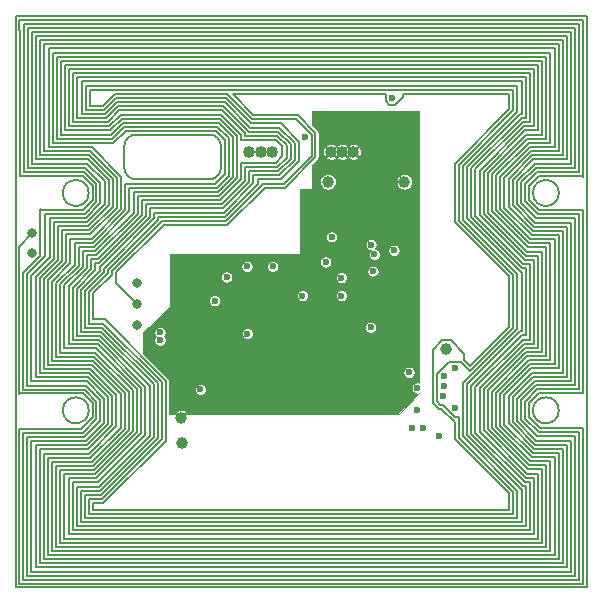
<source format=gbr>
%TF.GenerationSoftware,KiCad,Pcbnew,5.0.2-bee76a0~70~ubuntu18.04.1*%
%TF.CreationDate,2020-02-29T13:32:14-08:00*%
%TF.ProjectId,SolarCellZ_v1,536f6c61-7243-4656-9c6c-5a5f76312e6b,rev?*%
%TF.SameCoordinates,Original*%
%TF.FileFunction,Copper,L4,Inr*%
%TF.FilePolarity,Positive*%
%FSLAX46Y46*%
G04 Gerber Fmt 4.6, Leading zero omitted, Abs format (unit mm)*
G04 Created by KiCad (PCBNEW 5.0.2-bee76a0~70~ubuntu18.04.1) date Sat 29 Feb 2020 01:32:14 PM PST*
%MOMM*%
%LPD*%
G01*
G04 APERTURE LIST*
%ADD10C,0.200000*%
%ADD11C,1.016000*%
%ADD12C,1.000000*%
%ADD13C,0.600000*%
%ADD14C,0.800000*%
%ADD15C,0.190000*%
%ADD16C,0.088900*%
G04 APERTURE END LIST*
D10*
X136007500Y-73391000D02*
G75*
G03X136007500Y-73391000I-1100000J0D01*
G01*
X96207500Y-73391000D02*
G75*
G03X96207500Y-73391000I-1100000J0D01*
G01*
X107407500Y-52841000D02*
G75*
G02X106407500Y-53841000I-1000000J0D01*
G01*
X100207500Y-53841000D02*
G75*
G02X99207500Y-52841000I0J1000000D01*
G01*
X106407500Y-50041000D02*
G75*
G02X107407500Y-51041000I0J-1000000D01*
G01*
X99207500Y-51041000D02*
G75*
G02X100207500Y-50041000I1000000J0D01*
G01*
X96207500Y-54991000D02*
G75*
G03X96207500Y-54991000I-1100000J0D01*
G01*
X106407500Y-50041000D02*
X100207500Y-50041000D01*
X138407500Y-39991000D02*
X138407500Y-88391000D01*
X138407500Y-88391000D02*
X90007500Y-88391000D01*
X90007500Y-88391000D02*
X90007500Y-39991000D01*
X90007500Y-39991000D02*
X138407500Y-39991000D01*
X100207500Y-53841000D02*
X106407500Y-53841000D01*
X136007500Y-54991000D02*
G75*
G03X136007500Y-54991000I-1100000J0D01*
G01*
X107407500Y-52841000D02*
X107407500Y-51041000D01*
X99207500Y-51041000D02*
X99207500Y-52841000D01*
D11*
X116700000Y-51500000D03*
X117650000Y-51500000D03*
X111700000Y-51500000D03*
X110750000Y-51500000D03*
X118600000Y-51500000D03*
X109800000Y-51500000D03*
D12*
X116459000Y-54038500D03*
X122936000Y-54038500D03*
X126492000Y-68199000D03*
X104013000Y-74041000D03*
X104076500Y-76200000D03*
D13*
X126300000Y-71300000D03*
X124015500Y-71501000D03*
X120268110Y-61604791D03*
X120078500Y-66357500D03*
X127254000Y-69786500D03*
X123317000Y-70167500D03*
X107032512Y-65473693D03*
X109654340Y-64046100D03*
X110253760Y-64708256D03*
X108983760Y-64708256D03*
X110261400Y-63439040D03*
X108983760Y-63463656D03*
X122237500Y-62357000D03*
X123253500Y-62357000D03*
X122301000Y-73088500D03*
X127254000Y-73215500D03*
X113411000Y-70548500D03*
X122750000Y-48950000D03*
X126301500Y-70485000D03*
X120111294Y-59382647D03*
X126238000Y-72150000D03*
X120396000Y-60198000D03*
X121920000Y-46990000D03*
X122050000Y-59850000D03*
X116763500Y-58710000D03*
X114554000Y-50292000D03*
X124015500Y-73406000D03*
X117602000Y-62166500D03*
X116268500Y-60833000D03*
X109644160Y-66892656D03*
X107886500Y-62103000D03*
X114299990Y-63690500D03*
X117602000Y-63690500D03*
X125900000Y-75550000D03*
X109601000Y-61214000D03*
X111783650Y-61214000D03*
X105664000Y-71628000D03*
X106871078Y-64116433D03*
D14*
X91440000Y-58420000D03*
X91440000Y-60071000D03*
X100330000Y-64389000D03*
X100330000Y-62611000D03*
X100330000Y-66167000D03*
D13*
X123571000Y-74866500D03*
X124523500Y-74866500D03*
X102235000Y-67437000D03*
X102235000Y-66802000D03*
D15*
X102550000Y-57700000D02*
X98550000Y-61700000D01*
X111100000Y-54550000D02*
X107950000Y-57700000D01*
X113900000Y-48400000D02*
X115400000Y-49900000D01*
X110150000Y-48400000D02*
X113900000Y-48400000D01*
X108400000Y-46600000D02*
X108400000Y-46650000D01*
X98550000Y-62609000D02*
X100330000Y-64389000D01*
X121395998Y-46600000D02*
X108400000Y-46600000D01*
X121397999Y-47240561D02*
X121397999Y-46602001D01*
X121669439Y-47512001D02*
X121397999Y-47240561D01*
X131800000Y-47900000D02*
X131800000Y-46600000D01*
X127200000Y-57450000D02*
X127200000Y-52500000D01*
X128000000Y-69100000D02*
X128500000Y-69600000D01*
X126838561Y-67476999D02*
X128000000Y-68638438D01*
X126145439Y-67476999D02*
X126838561Y-67476999D01*
X125350000Y-72750000D02*
X125350000Y-68272438D01*
X126050000Y-73250000D02*
X125850000Y-73250000D01*
X127200000Y-75800000D02*
X127200000Y-74400000D01*
X131800000Y-80400000D02*
X127200000Y-75800000D01*
X96600000Y-81800000D02*
X131800000Y-81800000D01*
X96600000Y-81250000D02*
X96600000Y-81800000D01*
X102750000Y-75950000D02*
X97450000Y-81250000D01*
X97550000Y-65700000D02*
X102750000Y-70900000D01*
X96600000Y-65700000D02*
X97550000Y-65700000D01*
X96600000Y-63500000D02*
X96600000Y-65700000D01*
X98200000Y-61900000D02*
X96600000Y-63500000D01*
X98200000Y-61600000D02*
X98200000Y-61900000D01*
X102450000Y-57350000D02*
X98200000Y-61600000D01*
X115076001Y-50041439D02*
X115076001Y-51823999D01*
X110050000Y-48750000D02*
X113784562Y-48750000D01*
X98400000Y-46600000D02*
X107900000Y-46600000D01*
X96300000Y-47600000D02*
X97400000Y-47600000D01*
X113784562Y-48750000D02*
X115076001Y-50041439D01*
X132150000Y-46250000D02*
X96300000Y-46250000D01*
X132150000Y-48000000D02*
X132150000Y-46250000D01*
X127550000Y-57350000D02*
X127550000Y-52600000D01*
X132150000Y-61950000D02*
X127550000Y-57350000D01*
X125700000Y-70313938D02*
X126749439Y-69264499D01*
X125987439Y-72912001D02*
X125700000Y-72624562D01*
X126177939Y-72912001D02*
X125987439Y-72912001D01*
X127215938Y-73950000D02*
X126177939Y-72912001D01*
X127550000Y-73950000D02*
X127215938Y-73950000D01*
X96250000Y-80900000D02*
X96250000Y-82150000D01*
X97450000Y-66050000D02*
X102400000Y-71000000D01*
X97850000Y-61800000D02*
X96250000Y-63400000D01*
X97850000Y-61500000D02*
X97850000Y-61800000D01*
X102100000Y-57000000D02*
X102100000Y-57250000D01*
X107750000Y-57000000D02*
X102100000Y-57000000D01*
X110500000Y-54250000D02*
X107750000Y-57000000D01*
X114000000Y-52300000D02*
X112450000Y-53850000D01*
X112450000Y-49100000D02*
X114000000Y-50650000D01*
X98500000Y-46950000D02*
X107800000Y-46950000D01*
X95950000Y-47950000D02*
X97500000Y-47950000D01*
X95950000Y-45900000D02*
X95950000Y-47950000D01*
X127900000Y-75600000D02*
X127900000Y-71100000D01*
X132500000Y-80200000D02*
X127900000Y-75600000D01*
X97250000Y-80550000D02*
X95900000Y-80550000D01*
X102050000Y-75750000D02*
X97250000Y-80550000D01*
X102050000Y-71100000D02*
X102050000Y-75750000D01*
X97350000Y-66400000D02*
X102050000Y-71100000D01*
X95900000Y-66400000D02*
X97350000Y-66400000D01*
X95900000Y-63300000D02*
X95900000Y-66400000D01*
X97500000Y-61700000D02*
X95900000Y-63300000D01*
X97500000Y-61400000D02*
X97500000Y-61700000D01*
X101750000Y-57150000D02*
X97500000Y-61400000D01*
X107650000Y-56650000D02*
X101750000Y-56650000D01*
X95900000Y-80550000D02*
X95900000Y-82500000D01*
X110150000Y-54150000D02*
X107650000Y-56650000D01*
X112350000Y-53500000D02*
X110150000Y-53500000D01*
X97600000Y-48300000D02*
X98600000Y-47300000D01*
X107700000Y-47300000D02*
X109850000Y-49450000D01*
X95600000Y-45550000D02*
X95600000Y-48300000D01*
X132850000Y-48300000D02*
X132850000Y-45550000D01*
X132750000Y-48300000D02*
X132850000Y-48300000D01*
X128250000Y-52800000D02*
X132750000Y-48300000D01*
X128250000Y-57150000D02*
X128250000Y-52800000D01*
X132850000Y-61700000D02*
X132800000Y-61700000D01*
X132850000Y-66700000D02*
X132850000Y-61700000D01*
X128250000Y-75500000D02*
X128250000Y-71200000D01*
X132850000Y-80100000D02*
X128250000Y-75500000D01*
X132850000Y-82850000D02*
X132850000Y-80100000D01*
X95550000Y-82850000D02*
X132850000Y-82850000D01*
X95550000Y-80200000D02*
X95550000Y-82850000D01*
X101700000Y-75650000D02*
X97150000Y-80200000D01*
X101700000Y-71200000D02*
X101700000Y-75650000D01*
X95550000Y-66750000D02*
X97250000Y-66750000D01*
X95550000Y-63200000D02*
X95550000Y-66750000D01*
X97150000Y-61600000D02*
X95550000Y-63200000D01*
X97150000Y-61300000D02*
X97150000Y-61600000D01*
X101400000Y-57050000D02*
X97150000Y-61300000D01*
X107550000Y-56300000D02*
X101400000Y-56300000D01*
X109800000Y-54050000D02*
X107550000Y-56300000D01*
X109800000Y-53150000D02*
X109800000Y-54050000D01*
X113300000Y-52100000D02*
X112250000Y-53150000D01*
X112250000Y-49800000D02*
X113300000Y-50850000D01*
X98700000Y-47650000D02*
X107600000Y-47650000D01*
X95250000Y-45200000D02*
X95250000Y-48650000D01*
X133200000Y-45200000D02*
X95250000Y-45200000D01*
X133200000Y-48650000D02*
X133200000Y-45200000D01*
X132850000Y-48650000D02*
X133200000Y-48650000D01*
X132900000Y-61350000D02*
X128600000Y-57050000D01*
X133200000Y-61350000D02*
X132900000Y-61350000D01*
X128600000Y-71300000D02*
X132850000Y-67050000D01*
X96250000Y-82150000D02*
X132150000Y-82150000D01*
X128600000Y-75400000D02*
X128600000Y-71300000D01*
X133000000Y-79800000D02*
X128600000Y-75400000D01*
X113300000Y-50850000D02*
X113300000Y-52100000D01*
X133200000Y-79800000D02*
X133000000Y-79800000D01*
X110150000Y-53500000D02*
X110150000Y-54150000D01*
X133200000Y-83200000D02*
X133200000Y-79800000D01*
X95200000Y-79850000D02*
X95200000Y-83200000D01*
X97050000Y-79850000D02*
X95200000Y-79850000D01*
X101400000Y-56300000D02*
X101400000Y-57050000D01*
X101350000Y-75550000D02*
X97050000Y-79850000D01*
X101350000Y-71300000D02*
X101350000Y-75550000D01*
X95200000Y-67100000D02*
X97150000Y-67100000D01*
X128500000Y-69600000D02*
X131800000Y-66300000D01*
X96750000Y-60950000D02*
X96750000Y-61550000D01*
X109450000Y-53950000D02*
X107450000Y-55950000D01*
X121397999Y-46602001D02*
X121395998Y-46600000D01*
X112950000Y-50950000D02*
X112950000Y-52000000D01*
X112150000Y-50150000D02*
X112950000Y-50950000D01*
X109450000Y-50150000D02*
X112150000Y-50150000D01*
X109450000Y-49950000D02*
X109450000Y-50150000D01*
X97800000Y-49000000D02*
X98800000Y-48000000D01*
X94900000Y-49000000D02*
X97800000Y-49000000D01*
X94900000Y-44850000D02*
X94900000Y-49000000D01*
X132150000Y-80300000D02*
X127550000Y-75700000D01*
X132950000Y-49000000D02*
X133550000Y-49000000D01*
X128950000Y-53000000D02*
X132950000Y-49000000D01*
X102400000Y-71000000D02*
X102400000Y-75850000D01*
X128950000Y-56950000D02*
X128950000Y-53000000D01*
X133550000Y-61000000D02*
X133000000Y-61000000D01*
X133550000Y-67400000D02*
X133550000Y-61000000D01*
X132950000Y-67400000D02*
X133550000Y-67400000D01*
X128950000Y-71400000D02*
X132950000Y-67400000D01*
X128950000Y-75300000D02*
X128950000Y-71400000D01*
X96250000Y-63400000D02*
X96250000Y-66050000D01*
X133550000Y-79450000D02*
X133100000Y-79450000D01*
X133550000Y-83550000D02*
X133550000Y-79450000D01*
X107450000Y-55950000D02*
X101050000Y-55950000D01*
X94850000Y-83550000D02*
X133550000Y-83550000D01*
X94850000Y-79500000D02*
X94850000Y-83550000D01*
X97500000Y-47950000D02*
X98500000Y-46950000D01*
X96950000Y-79500000D02*
X94850000Y-79500000D01*
X97050000Y-67450000D02*
X101000000Y-71400000D01*
X94850000Y-67450000D02*
X97050000Y-67450000D01*
X96400000Y-61450000D02*
X94850000Y-63000000D01*
X96400000Y-60600000D02*
X96400000Y-61450000D01*
X96950000Y-60600000D02*
X96400000Y-60600000D01*
X100700000Y-56850000D02*
X96950000Y-60600000D01*
X133550000Y-49000000D02*
X133550000Y-44850000D01*
X100700000Y-55600000D02*
X100700000Y-56850000D01*
X107350000Y-55600000D02*
X100700000Y-55600000D01*
X109100000Y-53850000D02*
X107350000Y-55600000D01*
X109100000Y-52450000D02*
X109100000Y-53850000D01*
X112050000Y-52450000D02*
X109100000Y-52450000D01*
X112050000Y-50500000D02*
X112600000Y-51050000D01*
X109100000Y-50500000D02*
X112050000Y-50500000D01*
X109100000Y-50050000D02*
X109100000Y-50500000D01*
X98900000Y-48350000D02*
X107400000Y-48350000D01*
X94550000Y-49350000D02*
X97900000Y-49350000D01*
X95900000Y-82500000D02*
X132500000Y-82500000D01*
X94550000Y-44500000D02*
X94550000Y-49350000D01*
X133900000Y-44500000D02*
X94550000Y-44500000D01*
X122800000Y-46600000D02*
X122800000Y-46882562D01*
X133900000Y-49350000D02*
X133900000Y-44500000D01*
X132750000Y-66700000D02*
X132850000Y-66700000D01*
X133050000Y-49350000D02*
X133900000Y-49350000D01*
X129300000Y-53100000D02*
X133050000Y-49350000D01*
X127900000Y-52700000D02*
X132500000Y-48100000D01*
X129300000Y-56850000D02*
X129300000Y-53100000D01*
X113650000Y-50750000D02*
X113650000Y-52200000D01*
X133100000Y-60650000D02*
X129300000Y-56850000D01*
X133900000Y-60650000D02*
X133100000Y-60650000D01*
X133900000Y-67750000D02*
X133900000Y-60650000D01*
X133050000Y-67750000D02*
X133900000Y-67750000D01*
X129300000Y-71500000D02*
X133050000Y-67750000D01*
X133200000Y-79100000D02*
X129300000Y-75200000D01*
X108050000Y-53550000D02*
X107050000Y-54550000D01*
X96050000Y-60250000D02*
X96050000Y-61350000D01*
X128600000Y-52900000D02*
X132850000Y-48650000D01*
X107250000Y-55250000D02*
X100350000Y-55250000D01*
X130000000Y-56650000D02*
X130000000Y-53300000D01*
X93250000Y-57450000D02*
X93250000Y-60550000D01*
X99000000Y-48700000D02*
X107300000Y-48700000D01*
X98000000Y-49700000D02*
X99000000Y-48700000D01*
X94200000Y-44150000D02*
X94200000Y-49700000D01*
X134250000Y-49700000D02*
X134250000Y-44150000D01*
X134250000Y-44150000D02*
X94200000Y-44150000D01*
X114000000Y-50650000D02*
X114000000Y-52300000D01*
X134250000Y-68100000D02*
X134250000Y-60300000D01*
X128500000Y-70050000D02*
X132150000Y-66400000D01*
X93850000Y-50050000D02*
X98100000Y-50050000D01*
X133150000Y-68100000D02*
X134250000Y-68100000D01*
X112700000Y-54200000D02*
X110850000Y-54200000D01*
X94650000Y-60950000D02*
X93100000Y-62500000D01*
X107300000Y-48700000D02*
X108750000Y-50150000D01*
X129650000Y-71600000D02*
X133150000Y-68100000D01*
X125850000Y-73250000D02*
X125350000Y-72750000D01*
X132150000Y-66400000D02*
X132150000Y-61950000D01*
X94300000Y-60850000D02*
X92750000Y-62400000D01*
X94150000Y-84250000D02*
X134250000Y-84250000D01*
X108400000Y-46650000D02*
X110150000Y-48400000D01*
X94150000Y-78800000D02*
X94150000Y-84250000D01*
X112250000Y-53150000D02*
X109800000Y-53150000D01*
X96750000Y-78800000D02*
X94150000Y-78800000D01*
X100300000Y-75250000D02*
X96750000Y-78800000D01*
X129300000Y-75200000D02*
X129300000Y-71500000D01*
X94150000Y-62800000D02*
X94150000Y-68150000D01*
X95700000Y-61250000D02*
X94150000Y-62800000D01*
X98950000Y-56350000D02*
X96450000Y-58850000D01*
X134600000Y-84600000D02*
X134600000Y-78400000D01*
X108750000Y-50150000D02*
X108750000Y-53750000D01*
X95700000Y-59900000D02*
X95700000Y-61250000D01*
X96750000Y-59900000D02*
X95700000Y-59900000D01*
X100000000Y-56650000D02*
X96750000Y-59900000D01*
X136350000Y-70200000D02*
X136350000Y-58200000D01*
X99100000Y-49050000D02*
X107200000Y-49050000D01*
X108400000Y-53650000D02*
X107150000Y-54900000D01*
X108400000Y-50250000D02*
X108400000Y-53650000D01*
X96850000Y-79150000D02*
X94500000Y-79150000D01*
X138085490Y-71960246D02*
X138085490Y-56450000D01*
X132100000Y-74400000D02*
X132100000Y-72300000D01*
X136700000Y-76300000D02*
X134000000Y-76300000D01*
X93850000Y-43800000D02*
X93850000Y-50050000D01*
X122170561Y-47512001D02*
X121669439Y-47512001D01*
X98800000Y-48000000D02*
X107500000Y-48000000D01*
X138085490Y-40313010D02*
X90336990Y-40313010D01*
X134600000Y-68450000D02*
X134600000Y-59950000D01*
X138085490Y-56450000D02*
X134351509Y-56450000D01*
X90750000Y-40650000D02*
X90700000Y-40700000D01*
X130000000Y-71700000D02*
X133250000Y-68450000D01*
X97900000Y-53900000D02*
X97900000Y-56050000D01*
X130000000Y-75000000D02*
X130000000Y-71700000D01*
X93500000Y-43450000D02*
X93500000Y-50400000D01*
X133400000Y-78400000D02*
X130000000Y-75000000D01*
X93800000Y-84600000D02*
X134600000Y-84600000D01*
X98100000Y-50050000D02*
X99100000Y-49050000D01*
X93800000Y-78450000D02*
X93800000Y-84600000D01*
X133100000Y-79450000D02*
X128950000Y-75300000D01*
X134250000Y-60300000D02*
X133200000Y-60300000D01*
X99950000Y-71700000D02*
X99950000Y-75150000D01*
X125350000Y-68272438D02*
X126145439Y-67476999D01*
X112350000Y-49450000D02*
X113650000Y-50750000D01*
X95350000Y-59550000D02*
X95350000Y-61150000D01*
X128000000Y-68638438D02*
X128000000Y-69100000D01*
X99650000Y-56550000D02*
X96650000Y-59550000D01*
X92400000Y-69900000D02*
X96350000Y-69900000D01*
X133900000Y-57850000D02*
X132100000Y-56050000D01*
X99650000Y-54550000D02*
X99650000Y-56550000D01*
X133550000Y-69500000D02*
X135650000Y-69500000D01*
X108050000Y-50350000D02*
X108050000Y-53550000D01*
X134250000Y-84250000D02*
X134250000Y-78750000D01*
X99200000Y-49400000D02*
X107100000Y-49400000D01*
X90336990Y-41186990D02*
X90350000Y-41200000D01*
X134950000Y-50400000D02*
X134950000Y-43450000D01*
X133350000Y-50400000D02*
X134950000Y-50400000D01*
X130350000Y-53400000D02*
X133350000Y-50400000D01*
X107900000Y-46600000D02*
X110050000Y-48750000D01*
X90329510Y-74950000D02*
X90329510Y-88068990D01*
X136350000Y-86350000D02*
X136350000Y-76650000D01*
X134950000Y-68800000D02*
X134950000Y-59600000D01*
X135650000Y-51100000D02*
X135650000Y-42750000D01*
X133350000Y-68800000D02*
X134950000Y-68800000D01*
X130350000Y-74900000D02*
X130350000Y-71800000D01*
X107050000Y-54550000D02*
X99650000Y-54550000D01*
X133500000Y-78050000D02*
X130350000Y-74900000D01*
X134950000Y-84950000D02*
X134950000Y-78050000D01*
X107500000Y-48000000D02*
X109450000Y-49950000D01*
X93450000Y-84950000D02*
X134950000Y-84950000D01*
X131800000Y-62050000D02*
X127200000Y-57450000D01*
X99600000Y-75050000D02*
X96550000Y-78100000D01*
X115076001Y-51823999D02*
X112700000Y-54200000D01*
X134000000Y-76300000D02*
X132100000Y-74400000D01*
X99600000Y-71800000D02*
X99600000Y-75050000D01*
X96650000Y-68850000D02*
X99600000Y-71800000D01*
X96950000Y-67800000D02*
X100650000Y-71500000D01*
X97400000Y-47600000D02*
X98400000Y-46600000D01*
X132450000Y-54000000D02*
X133950000Y-52500000D01*
X95000000Y-61050000D02*
X93450000Y-62600000D01*
X96550000Y-59200000D02*
X95000000Y-59200000D01*
X109750000Y-49800000D02*
X112250000Y-49800000D01*
X95250000Y-48650000D02*
X97700000Y-48650000D01*
X99300000Y-56450000D02*
X96550000Y-59200000D01*
X99300000Y-54200000D02*
X99300000Y-56450000D01*
X122800000Y-46882562D02*
X122170561Y-47512001D01*
X94850000Y-63000000D02*
X94850000Y-67450000D01*
X106954396Y-49718990D02*
X107729510Y-50494104D01*
X110850000Y-54200000D02*
X110850000Y-54350000D01*
X133300000Y-78750000D02*
X129650000Y-75100000D01*
X132500000Y-66500000D02*
X132500000Y-61850000D01*
X91000000Y-71300000D02*
X95950000Y-71300000D01*
X99331010Y-49718990D02*
X106954396Y-49718990D01*
X92050000Y-86350000D02*
X136350000Y-86350000D01*
X98300000Y-50750000D02*
X99331010Y-49718990D01*
X132100000Y-56050000D02*
X132100000Y-53900000D01*
X93150000Y-50750000D02*
X98300000Y-50750000D01*
X100650000Y-75350000D02*
X96850000Y-79150000D01*
X102750000Y-70900000D02*
X102750000Y-75950000D01*
X133300000Y-59950000D02*
X130000000Y-56650000D01*
X131750000Y-53800000D02*
X133750000Y-51800000D01*
X97550000Y-54000000D02*
X97550000Y-55950000D01*
X107729510Y-50494104D02*
X107729510Y-53402367D01*
X93150000Y-43100000D02*
X93150000Y-50750000D01*
X135300000Y-50750000D02*
X135300000Y-43100000D01*
X101750000Y-56650000D02*
X101750000Y-57150000D01*
X133400000Y-59600000D02*
X130350000Y-56550000D01*
X131800000Y-66300000D02*
X131800000Y-62050000D01*
X133450000Y-50750000D02*
X135300000Y-50750000D01*
X90329510Y-72029510D02*
X90392833Y-71966187D01*
X93600000Y-60650000D02*
X92050000Y-62200000D01*
X130700000Y-53500000D02*
X133450000Y-50750000D01*
X134200000Y-53200000D02*
X137750000Y-53200000D01*
X130700000Y-56450000D02*
X130700000Y-53500000D01*
X92100000Y-51800000D02*
X96250000Y-51800000D01*
X135300000Y-59250000D02*
X133500000Y-59250000D01*
X95950000Y-71300000D02*
X97150000Y-72500000D01*
X135300000Y-69150000D02*
X135300000Y-59250000D01*
X130700000Y-71900000D02*
X133450000Y-69150000D01*
X127714499Y-69264499D02*
X128500000Y-70050000D01*
X92400000Y-86000000D02*
X136000000Y-86000000D01*
X96850000Y-68150000D02*
X100300000Y-71600000D01*
X130700000Y-74800000D02*
X130700000Y-71900000D01*
X131050000Y-53600000D02*
X133550000Y-51100000D01*
X135300000Y-85300000D02*
X135300000Y-77700000D01*
X93100000Y-85300000D02*
X135300000Y-85300000D01*
X96450000Y-77750000D02*
X93100000Y-77750000D01*
X94500000Y-67800000D02*
X96950000Y-67800000D01*
X133250000Y-50050000D02*
X134600000Y-50050000D01*
X90329510Y-59530490D02*
X90329510Y-72029510D01*
X99250000Y-74950000D02*
X96450000Y-77750000D01*
X99250000Y-71900000D02*
X99250000Y-74950000D01*
X101000000Y-75450000D02*
X96950000Y-79500000D01*
X96350000Y-51450000D02*
X98600000Y-53700000D01*
X96550000Y-69200000D02*
X99250000Y-71900000D01*
X90392833Y-71966187D02*
X95705566Y-71966187D01*
X93450000Y-68850000D02*
X96650000Y-68850000D01*
X132500000Y-48100000D02*
X132500000Y-45900000D01*
X93100000Y-69200000D02*
X96550000Y-69200000D01*
X92100000Y-56350000D02*
X92100000Y-60300000D01*
X93100000Y-62500000D02*
X93100000Y-69200000D01*
X97150000Y-80200000D02*
X95550000Y-80200000D01*
X96450000Y-58850000D02*
X94650000Y-58850000D01*
X107729510Y-53402367D02*
X106931877Y-54200000D01*
X91750000Y-41700000D02*
X91750000Y-52150000D01*
X98950000Y-53600000D02*
X98950000Y-56350000D01*
X96450000Y-51100000D02*
X98950000Y-53600000D01*
X92800000Y-51100000D02*
X96450000Y-51100000D01*
X94650000Y-58850000D02*
X94650000Y-60950000D01*
X134950000Y-59600000D02*
X133400000Y-59600000D01*
X92800000Y-42750000D02*
X92800000Y-51100000D01*
X132800000Y-61700000D02*
X128250000Y-57150000D01*
X94150000Y-68150000D02*
X96850000Y-68150000D01*
X135650000Y-42750000D02*
X92800000Y-42750000D01*
X135300000Y-77700000D02*
X133600000Y-77700000D01*
X131050000Y-56350000D02*
X131050000Y-53600000D01*
X135650000Y-69500000D02*
X135650000Y-58900000D01*
X112950000Y-52000000D02*
X112150000Y-52800000D01*
X133200000Y-60300000D02*
X129650000Y-56750000D01*
X131050000Y-74700000D02*
X131050000Y-72000000D01*
X133700000Y-77350000D02*
X131050000Y-74700000D01*
X131800000Y-81800000D02*
X131800000Y-80400000D01*
X92750000Y-85650000D02*
X135650000Y-85650000D01*
X94500000Y-83900000D02*
X133900000Y-83900000D01*
X94500000Y-79150000D02*
X94500000Y-83900000D01*
X92750000Y-77400000D02*
X92750000Y-85650000D01*
X96350000Y-77400000D02*
X92750000Y-77400000D01*
X137750000Y-40650000D02*
X90750000Y-40650000D01*
X98900000Y-74850000D02*
X96350000Y-77400000D01*
X90350000Y-53550000D02*
X95681491Y-53550000D01*
X96450000Y-69550000D02*
X98900000Y-72000000D01*
X92750000Y-62400000D02*
X92750000Y-69550000D01*
X97450000Y-81250000D02*
X96600000Y-81250000D01*
X134250000Y-78750000D02*
X133300000Y-78750000D01*
X107600000Y-47650000D02*
X109750000Y-49800000D01*
X94300000Y-58500000D02*
X94300000Y-60850000D01*
X97350000Y-80900000D02*
X96250000Y-80900000D01*
X96350000Y-58500000D02*
X94300000Y-58500000D01*
X133550000Y-51100000D02*
X135650000Y-51100000D01*
X98600000Y-53700000D02*
X98600000Y-56250000D01*
X98200000Y-50400000D02*
X99200000Y-49400000D01*
X92450000Y-51450000D02*
X96350000Y-51450000D01*
X95850000Y-71650000D02*
X96850000Y-72650000D01*
X99950000Y-75150000D02*
X96650000Y-78450000D01*
X95200000Y-83200000D02*
X133200000Y-83200000D01*
X131400000Y-53700000D02*
X133650000Y-51450000D01*
X131400000Y-56250000D02*
X131400000Y-53700000D01*
X97850000Y-72300000D02*
X97850000Y-74550000D01*
X136000000Y-69850000D02*
X136000000Y-58550000D01*
X92900000Y-60450000D02*
X91350000Y-62000000D01*
X133600000Y-77700000D02*
X130700000Y-74800000D01*
X133650000Y-69850000D02*
X136000000Y-69850000D01*
X133800000Y-77000000D02*
X131400000Y-74600000D01*
X107850000Y-57350000D02*
X102450000Y-57350000D01*
X136000000Y-86000000D02*
X136000000Y-77000000D01*
X133000000Y-61000000D02*
X128950000Y-56950000D01*
X96250000Y-77050000D02*
X92400000Y-77050000D01*
X98550000Y-74750000D02*
X96250000Y-77050000D01*
X91400000Y-41350000D02*
X91400000Y-52500000D01*
X98550000Y-72100000D02*
X98550000Y-74750000D01*
X133150000Y-49700000D02*
X134250000Y-49700000D01*
X93450000Y-78100000D02*
X93450000Y-84950000D01*
X92400000Y-62300000D02*
X92400000Y-69900000D01*
X128600000Y-57050000D02*
X128600000Y-52900000D01*
X98250000Y-56150000D02*
X96250000Y-58150000D01*
X110850000Y-54350000D02*
X107850000Y-57350000D01*
X130000000Y-53300000D02*
X133250000Y-50050000D01*
X96250000Y-58150000D02*
X93950000Y-58150000D01*
X136350000Y-51800000D02*
X136350000Y-42050000D01*
X96250000Y-51800000D02*
X98250000Y-53800000D01*
X91350000Y-87050000D02*
X137050000Y-87050000D01*
X132150000Y-82150000D02*
X132150000Y-80300000D01*
X102400000Y-75850000D02*
X97350000Y-80900000D01*
X133800000Y-58200000D02*
X131750000Y-56150000D01*
X112600000Y-51050000D02*
X112600000Y-51900000D01*
X136350000Y-58200000D02*
X133800000Y-58200000D01*
X96050000Y-61350000D02*
X94500000Y-62900000D01*
X131750000Y-74500000D02*
X131750000Y-72200000D01*
X113650000Y-52200000D02*
X112350000Y-53500000D01*
X131400000Y-74600000D02*
X131400000Y-72100000D01*
X137050000Y-41350000D02*
X91400000Y-41350000D01*
X96250000Y-66050000D02*
X97450000Y-66050000D01*
X96750000Y-61550000D02*
X95200000Y-63100000D01*
X93950000Y-58150000D02*
X93950000Y-60750000D01*
X127900000Y-71100000D02*
X132500000Y-66500000D01*
X135300000Y-43100000D02*
X93150000Y-43100000D01*
X91350000Y-62000000D02*
X91350000Y-70950000D01*
X98200000Y-72200000D02*
X98200000Y-74650000D01*
X93600000Y-57800000D02*
X93600000Y-60650000D01*
X133900000Y-76650000D02*
X131750000Y-74500000D01*
X91750000Y-52150000D02*
X96150000Y-52150000D01*
X136700000Y-41700000D02*
X91750000Y-41700000D01*
X98900000Y-72000000D02*
X98900000Y-74850000D01*
X132100000Y-53900000D02*
X133850000Y-52150000D01*
X107200000Y-49050000D02*
X108400000Y-50250000D01*
X98250000Y-53800000D02*
X98250000Y-56150000D01*
X136350000Y-42050000D02*
X92100000Y-42050000D01*
X98200000Y-74650000D02*
X96150000Y-76700000D01*
X100350000Y-55250000D02*
X100350000Y-56750000D01*
X134300000Y-75250000D02*
X133150000Y-74100000D01*
X136700000Y-57850000D02*
X133900000Y-57850000D01*
X136700000Y-70550000D02*
X136700000Y-57850000D01*
X132100000Y-72300000D02*
X133850000Y-70550000D01*
X95697678Y-56415812D02*
X92165812Y-56415812D01*
X97550000Y-55950000D02*
X96050000Y-57450000D01*
X136700000Y-86700000D02*
X136700000Y-76300000D01*
X96750000Y-68500000D02*
X99950000Y-71700000D01*
X97850000Y-74550000D02*
X96050000Y-76350000D01*
X92750000Y-69550000D02*
X96450000Y-69550000D01*
X134393112Y-74900000D02*
X133481611Y-73988499D01*
X134600000Y-59950000D02*
X133300000Y-59950000D01*
X101000000Y-71400000D02*
X101000000Y-75450000D01*
X91700000Y-70600000D02*
X96150000Y-70600000D01*
X132450000Y-74300000D02*
X132450000Y-72400000D01*
X137400000Y-71250000D02*
X137400000Y-57150000D01*
X109850000Y-49450000D02*
X112350000Y-49450000D01*
X96150000Y-70600000D02*
X97850000Y-72300000D01*
X132450000Y-55950000D02*
X132450000Y-54000000D01*
X93800000Y-68500000D02*
X96750000Y-68500000D01*
X95000000Y-59200000D02*
X95000000Y-61050000D01*
X134000000Y-57500000D02*
X132450000Y-55950000D01*
X133200000Y-67050000D02*
X133200000Y-61350000D01*
X133150000Y-54250000D02*
X134200000Y-53200000D01*
X134050000Y-52850000D02*
X137400000Y-52850000D01*
X96850000Y-72650000D02*
X96850000Y-74150000D01*
X137050000Y-57500000D02*
X134000000Y-57500000D01*
X107150000Y-54900000D02*
X100000000Y-54900000D01*
X93950000Y-60750000D02*
X92400000Y-62300000D01*
X96550000Y-78100000D02*
X93450000Y-78100000D01*
X95800000Y-75650000D02*
X91000000Y-75650000D01*
X137050000Y-70900000D02*
X137050000Y-57500000D01*
X93500000Y-50400000D02*
X98200000Y-50400000D01*
X134100000Y-57150000D02*
X132800000Y-55850000D01*
X133950000Y-70900000D02*
X137050000Y-70900000D01*
X132450000Y-72400000D02*
X133950000Y-70900000D01*
X137050000Y-75950000D02*
X134100000Y-75950000D01*
X137750000Y-53200000D02*
X137750000Y-40650000D01*
X96850000Y-55750000D02*
X95850000Y-56750000D01*
X92050000Y-62200000D02*
X92050000Y-70250000D01*
X134100000Y-71250000D02*
X137400000Y-71250000D01*
X137050000Y-87050000D02*
X137050000Y-75950000D01*
X91350000Y-76000000D02*
X91350000Y-87050000D01*
X97500000Y-74450000D02*
X95950000Y-76000000D01*
X133550000Y-44850000D02*
X94900000Y-44850000D01*
X95950000Y-76000000D02*
X91350000Y-76000000D01*
X92400000Y-77050000D02*
X92400000Y-86000000D01*
X115400000Y-49900000D02*
X115400000Y-51950000D01*
X96050000Y-70950000D02*
X97500000Y-72400000D01*
X97900000Y-56050000D02*
X96150000Y-57800000D01*
X137750000Y-75250000D02*
X134300000Y-75250000D01*
X131750000Y-56150000D02*
X131750000Y-53800000D01*
X98600000Y-47300000D02*
X107700000Y-47300000D01*
X137750000Y-71600000D02*
X137750000Y-56800000D01*
X127900000Y-57250000D02*
X127900000Y-52700000D01*
X138085490Y-53600000D02*
X138085490Y-40313010D01*
X107950000Y-57700000D02*
X102550000Y-57700000D01*
X131750000Y-72200000D02*
X133750000Y-70200000D01*
X95950000Y-57100000D02*
X92900000Y-57100000D01*
X97200000Y-55850000D02*
X95950000Y-57100000D01*
X133500000Y-59250000D02*
X130700000Y-56450000D01*
X95900000Y-52850000D02*
X97200000Y-54150000D01*
X97150000Y-72500000D02*
X97150000Y-74300000D01*
X91050000Y-41050000D02*
X91050000Y-52850000D01*
X136700000Y-52150000D02*
X136700000Y-41700000D01*
X91100000Y-41000000D02*
X91050000Y-41050000D01*
X131800000Y-46600000D02*
X122800000Y-46600000D01*
X91000000Y-87400000D02*
X137400000Y-87400000D01*
X137400000Y-41000000D02*
X91100000Y-41000000D01*
X133750000Y-70200000D02*
X136350000Y-70200000D01*
X132800000Y-54100000D02*
X134050000Y-52850000D01*
X133481611Y-72801897D02*
X134323262Y-71960246D01*
X134250000Y-56800000D02*
X133150000Y-55700000D01*
X132800000Y-55850000D02*
X132800000Y-54100000D01*
X107400000Y-48350000D02*
X109100000Y-50050000D01*
X92500000Y-60350000D02*
X91000000Y-61850000D01*
X96150000Y-76700000D02*
X92050000Y-76700000D01*
X136000000Y-42400000D02*
X92450000Y-42400000D01*
X137400000Y-57150000D02*
X134100000Y-57150000D01*
X133900000Y-79100000D02*
X133200000Y-79100000D01*
X134950000Y-43450000D02*
X93500000Y-43450000D01*
X94500000Y-62900000D02*
X94500000Y-67800000D01*
X106931877Y-54200000D02*
X99300000Y-54200000D01*
X91050000Y-52850000D02*
X95900000Y-52850000D01*
X137050000Y-52500000D02*
X137050000Y-41350000D01*
X93450000Y-62600000D02*
X93450000Y-68850000D01*
X131400000Y-72100000D02*
X133650000Y-69850000D01*
X95350000Y-61150000D02*
X93800000Y-62700000D01*
X96538253Y-73976762D02*
X95565015Y-74950000D01*
X112450000Y-53850000D02*
X110500000Y-53850000D01*
X96650000Y-59550000D02*
X95350000Y-59550000D01*
X129650000Y-56750000D02*
X129650000Y-53200000D01*
X129650000Y-53200000D02*
X133150000Y-49700000D01*
X96850000Y-74150000D02*
X95700000Y-75300000D01*
X98600000Y-56250000D02*
X96350000Y-58500000D01*
X90700000Y-53200000D02*
X95800000Y-53200000D01*
X132800000Y-72550000D02*
X134100000Y-71250000D01*
X95600000Y-48300000D02*
X97600000Y-48300000D01*
X96050000Y-57450000D02*
X93250000Y-57450000D01*
X90329510Y-88068990D02*
X138085490Y-88068990D01*
X93800000Y-62700000D02*
X93800000Y-68500000D01*
X96050000Y-52500000D02*
X97550000Y-54000000D01*
X137400000Y-75600000D02*
X134200000Y-75600000D01*
X135650000Y-85650000D02*
X135650000Y-77350000D01*
X125700000Y-72624562D02*
X125700000Y-70313938D01*
X95705566Y-71966187D02*
X96538253Y-72798874D01*
X137400000Y-87400000D02*
X137400000Y-75600000D01*
X96050000Y-76350000D02*
X91700000Y-76350000D01*
X91000000Y-75650000D02*
X91000000Y-87400000D01*
X132800000Y-74200000D02*
X132800000Y-72550000D01*
X133650000Y-51450000D02*
X136000000Y-51450000D01*
X96150000Y-52150000D02*
X97900000Y-53900000D01*
X96538253Y-55575237D02*
X95697678Y-56415812D01*
X133150000Y-72650000D02*
X134200000Y-71600000D01*
X133482687Y-55581178D02*
X133482687Y-54392933D01*
X96850000Y-54250000D02*
X96850000Y-55750000D01*
X134100000Y-75950000D02*
X132450000Y-74300000D01*
X109450000Y-52800000D02*
X109450000Y-53950000D01*
X95800000Y-53200000D02*
X96850000Y-54250000D01*
X100300000Y-71600000D02*
X100300000Y-75250000D01*
X92050000Y-70250000D02*
X96250000Y-70250000D01*
X108750000Y-53750000D02*
X107250000Y-55250000D01*
X93250000Y-60550000D02*
X91700000Y-62100000D01*
X91400000Y-52500000D02*
X96050000Y-52500000D01*
X134950000Y-78050000D02*
X133500000Y-78050000D01*
X134200000Y-75600000D02*
X132800000Y-74200000D01*
X91350000Y-70950000D02*
X96050000Y-70950000D01*
X100000000Y-54900000D02*
X100000000Y-56650000D01*
X90700000Y-40700000D02*
X90700000Y-53200000D01*
X127550000Y-52600000D02*
X132150000Y-48000000D01*
X96350000Y-69900000D02*
X98550000Y-72100000D01*
X107100000Y-49400000D02*
X108050000Y-50350000D01*
X133150000Y-55700000D02*
X133150000Y-54250000D01*
X132500000Y-61850000D02*
X127900000Y-57250000D01*
X91700000Y-86700000D02*
X136700000Y-86700000D01*
X133900000Y-83900000D02*
X133900000Y-79100000D01*
X133150000Y-74100000D02*
X133150000Y-72650000D01*
X97150000Y-67100000D02*
X101350000Y-71300000D01*
X137750000Y-56800000D02*
X134250000Y-56800000D01*
X97050000Y-60950000D02*
X96750000Y-60950000D01*
X136000000Y-51450000D02*
X136000000Y-42400000D01*
X92165812Y-56415812D02*
X92100000Y-56350000D01*
X136350000Y-76650000D02*
X133900000Y-76650000D01*
X134600000Y-78400000D02*
X133400000Y-78400000D01*
X135650000Y-58900000D02*
X133600000Y-58900000D01*
X135650000Y-77350000D02*
X133700000Y-77350000D01*
X136000000Y-58550000D02*
X133700000Y-58550000D01*
X115400000Y-51950000D02*
X112800000Y-54550000D01*
X107800000Y-46950000D02*
X109950000Y-49100000D01*
X90336990Y-40313010D02*
X90336990Y-41186990D01*
X96850000Y-60250000D02*
X96050000Y-60250000D01*
X134315374Y-53560246D02*
X138045736Y-53560246D01*
X132850000Y-45550000D02*
X95600000Y-45550000D01*
X136000000Y-77000000D02*
X133800000Y-77000000D01*
X127200000Y-52500000D02*
X131800000Y-47900000D01*
X132500000Y-45900000D02*
X95950000Y-45900000D01*
X91000000Y-61850000D02*
X91000000Y-71300000D01*
X134600000Y-50050000D02*
X134600000Y-43800000D01*
X133600000Y-58900000D02*
X131050000Y-56350000D01*
X110500000Y-53850000D02*
X110500000Y-54250000D01*
X131050000Y-72000000D02*
X133550000Y-69500000D01*
X134200000Y-71600000D02*
X137750000Y-71600000D01*
X112150000Y-52800000D02*
X109450000Y-52800000D01*
X130350000Y-56550000D02*
X130350000Y-53400000D01*
X92900000Y-57100000D02*
X92900000Y-60450000D01*
X92450000Y-42400000D02*
X92450000Y-51450000D01*
X96538253Y-72798874D02*
X96538253Y-73976762D01*
X133950000Y-52500000D02*
X137050000Y-52500000D01*
X96250000Y-70250000D02*
X98200000Y-72200000D01*
X127200000Y-74400000D02*
X126050000Y-73250000D01*
X132850000Y-67050000D02*
X133200000Y-67050000D01*
X133450000Y-69150000D02*
X135300000Y-69150000D01*
X95200000Y-63100000D02*
X95200000Y-67100000D01*
X97900000Y-49350000D02*
X98900000Y-48350000D01*
X133482687Y-54392933D02*
X134315374Y-53560246D01*
X133750000Y-51800000D02*
X136350000Y-51800000D01*
X91700000Y-76350000D02*
X91700000Y-86700000D01*
X127550000Y-75700000D02*
X127550000Y-73950000D01*
X138085490Y-88068990D02*
X138085490Y-74900000D01*
X137750000Y-87750000D02*
X137750000Y-75250000D01*
X97250000Y-66750000D02*
X101700000Y-71200000D01*
X133850000Y-70550000D02*
X136700000Y-70550000D01*
X102100000Y-57250000D02*
X97850000Y-61500000D01*
X134600000Y-43800000D02*
X93850000Y-43800000D01*
X137400000Y-52850000D02*
X137400000Y-41000000D01*
X96300000Y-46250000D02*
X96300000Y-47600000D01*
X129650000Y-75100000D02*
X129650000Y-71600000D01*
X128250000Y-71200000D02*
X132750000Y-66700000D01*
X90650000Y-87750000D02*
X137750000Y-87750000D01*
X112800000Y-54550000D02*
X111100000Y-54550000D01*
X90650000Y-75300000D02*
X90650000Y-87750000D01*
X133250000Y-68450000D02*
X134600000Y-68450000D01*
X133700000Y-58550000D02*
X131400000Y-56250000D01*
X101050000Y-55950000D02*
X101050000Y-56950000D01*
X95700000Y-75300000D02*
X90650000Y-75300000D01*
X126749439Y-69264499D02*
X127714499Y-69264499D01*
X95850000Y-56750000D02*
X92500000Y-56750000D01*
X91440000Y-58420000D02*
X90329510Y-59530490D01*
X94200000Y-49700000D02*
X98000000Y-49700000D01*
X133481611Y-73988499D02*
X133481611Y-72801897D01*
X92100000Y-60300000D02*
X90650000Y-61750000D01*
X92100000Y-42050000D02*
X92100000Y-51800000D01*
X101050000Y-56950000D02*
X97050000Y-60950000D01*
X97500000Y-72400000D02*
X97500000Y-74450000D01*
X96150000Y-57800000D02*
X93600000Y-57800000D01*
X95681491Y-53550000D02*
X96538253Y-54406762D01*
X92500000Y-56750000D02*
X92500000Y-60350000D01*
X132500000Y-82500000D02*
X132500000Y-80200000D01*
X96538253Y-54406762D02*
X96538253Y-55575237D01*
X98550000Y-61700000D02*
X98550000Y-62609000D01*
X90350000Y-41200000D02*
X90350000Y-53550000D01*
X93100000Y-77750000D02*
X93100000Y-85300000D01*
X138085490Y-74900000D02*
X134393112Y-74900000D01*
X100350000Y-56750000D02*
X96850000Y-60250000D01*
X95565015Y-74950000D02*
X90329510Y-74950000D01*
X90650000Y-71650000D02*
X95850000Y-71650000D01*
X97700000Y-48650000D02*
X98700000Y-47650000D01*
X138045736Y-53560246D02*
X138085490Y-53600000D01*
X112600000Y-51900000D02*
X112050000Y-52450000D01*
X134351509Y-56450000D02*
X133482687Y-55581178D01*
X100650000Y-71500000D02*
X100650000Y-75350000D01*
X134323262Y-71960246D02*
X138085490Y-71960246D01*
X133850000Y-52150000D02*
X136700000Y-52150000D01*
X92050000Y-76700000D02*
X92050000Y-86350000D01*
X130350000Y-71800000D02*
X133350000Y-68800000D01*
X97200000Y-54150000D02*
X97200000Y-55850000D01*
X96650000Y-78450000D02*
X93800000Y-78450000D01*
X109950000Y-49100000D02*
X112450000Y-49100000D01*
X97150000Y-74300000D02*
X95800000Y-75650000D01*
X91700000Y-62100000D02*
X91700000Y-70600000D01*
X90650000Y-61750000D02*
X90650000Y-71650000D01*
D16*
G36*
X124161550Y-71051203D02*
X124153017Y-71047668D01*
X124061934Y-71029550D01*
X123969066Y-71029550D01*
X123877983Y-71047668D01*
X123792185Y-71083207D01*
X123714968Y-71134801D01*
X123649301Y-71200468D01*
X123597707Y-71277685D01*
X123562168Y-71363483D01*
X123544050Y-71454566D01*
X123544050Y-71547434D01*
X123562168Y-71638517D01*
X123597707Y-71724315D01*
X123649301Y-71801532D01*
X123714968Y-71867199D01*
X123792185Y-71918793D01*
X123877983Y-71954332D01*
X123969066Y-71972450D01*
X124061934Y-71972450D01*
X124131632Y-71958586D01*
X122472613Y-73679050D01*
X104558630Y-73679050D01*
X104506429Y-73646354D01*
X104473733Y-73679050D01*
X104276167Y-73679050D01*
X104407646Y-73547571D01*
X104350938Y-73457033D01*
X104230518Y-73402325D01*
X104101740Y-73372161D01*
X103969550Y-73367701D01*
X103839031Y-73389115D01*
X103715197Y-73435580D01*
X103675062Y-73457033D01*
X103618354Y-73547571D01*
X103749833Y-73679050D01*
X103552267Y-73679050D01*
X103519571Y-73646354D01*
X103467370Y-73679050D01*
X103016450Y-73679050D01*
X103016450Y-71581566D01*
X105192550Y-71581566D01*
X105192550Y-71674434D01*
X105210668Y-71765517D01*
X105246207Y-71851315D01*
X105297801Y-71928532D01*
X105363468Y-71994199D01*
X105440685Y-72045793D01*
X105526483Y-72081332D01*
X105617566Y-72099450D01*
X105710434Y-72099450D01*
X105801517Y-72081332D01*
X105887315Y-72045793D01*
X105964532Y-71994199D01*
X106030199Y-71928532D01*
X106081793Y-71851315D01*
X106117332Y-71765517D01*
X106135450Y-71674434D01*
X106135450Y-71581566D01*
X106117332Y-71490483D01*
X106081793Y-71404685D01*
X106030199Y-71327468D01*
X105964532Y-71261801D01*
X105887315Y-71210207D01*
X105801517Y-71174668D01*
X105710434Y-71156550D01*
X105617566Y-71156550D01*
X105526483Y-71174668D01*
X105440685Y-71210207D01*
X105363468Y-71261801D01*
X105297801Y-71327468D01*
X105246207Y-71404685D01*
X105210668Y-71490483D01*
X105192550Y-71581566D01*
X103016450Y-71581566D01*
X103016450Y-70913089D01*
X103017739Y-70900000D01*
X103012595Y-70847767D01*
X102997359Y-70797540D01*
X102986584Y-70777383D01*
X102972617Y-70751252D01*
X102956150Y-70731188D01*
X102947662Y-70720844D01*
X102947659Y-70720841D01*
X102939320Y-70710680D01*
X102929159Y-70702341D01*
X102347884Y-70121066D01*
X122845550Y-70121066D01*
X122845550Y-70213934D01*
X122863668Y-70305017D01*
X122899207Y-70390815D01*
X122950801Y-70468032D01*
X123016468Y-70533699D01*
X123093685Y-70585293D01*
X123179483Y-70620832D01*
X123270566Y-70638950D01*
X123363434Y-70638950D01*
X123454517Y-70620832D01*
X123540315Y-70585293D01*
X123617532Y-70533699D01*
X123683199Y-70468032D01*
X123734793Y-70390815D01*
X123770332Y-70305017D01*
X123788450Y-70213934D01*
X123788450Y-70121066D01*
X123770332Y-70029983D01*
X123734793Y-69944185D01*
X123683199Y-69866968D01*
X123617532Y-69801301D01*
X123540315Y-69749707D01*
X123454517Y-69714168D01*
X123363434Y-69696050D01*
X123270566Y-69696050D01*
X123179483Y-69714168D01*
X123093685Y-69749707D01*
X123016468Y-69801301D01*
X122950801Y-69866968D01*
X122899207Y-69944185D01*
X122863668Y-70029983D01*
X122845550Y-70121066D01*
X102347884Y-70121066D01*
X100818950Y-68592133D01*
X100818950Y-66757279D01*
X100820711Y-66755566D01*
X101763550Y-66755566D01*
X101763550Y-66848434D01*
X101781668Y-66939517D01*
X101817207Y-67025315D01*
X101868801Y-67102532D01*
X101885769Y-67119500D01*
X101868801Y-67136468D01*
X101817207Y-67213685D01*
X101781668Y-67299483D01*
X101763550Y-67390566D01*
X101763550Y-67483434D01*
X101781668Y-67574517D01*
X101817207Y-67660315D01*
X101868801Y-67737532D01*
X101934468Y-67803199D01*
X102011685Y-67854793D01*
X102097483Y-67890332D01*
X102188566Y-67908450D01*
X102281434Y-67908450D01*
X102372517Y-67890332D01*
X102458315Y-67854793D01*
X102535532Y-67803199D01*
X102601199Y-67737532D01*
X102652793Y-67660315D01*
X102688332Y-67574517D01*
X102706450Y-67483434D01*
X102706450Y-67390566D01*
X102688332Y-67299483D01*
X102652793Y-67213685D01*
X102601199Y-67136468D01*
X102584231Y-67119500D01*
X102601199Y-67102532D01*
X102652793Y-67025315D01*
X102688332Y-66939517D01*
X102706450Y-66848434D01*
X102706450Y-66846222D01*
X109172710Y-66846222D01*
X109172710Y-66939090D01*
X109190828Y-67030173D01*
X109226367Y-67115971D01*
X109277961Y-67193188D01*
X109343628Y-67258855D01*
X109420845Y-67310449D01*
X109506643Y-67345988D01*
X109597726Y-67364106D01*
X109690594Y-67364106D01*
X109781677Y-67345988D01*
X109867475Y-67310449D01*
X109944692Y-67258855D01*
X110010359Y-67193188D01*
X110061953Y-67115971D01*
X110097492Y-67030173D01*
X110115610Y-66939090D01*
X110115610Y-66846222D01*
X110097492Y-66755139D01*
X110061953Y-66669341D01*
X110010359Y-66592124D01*
X109944692Y-66526457D01*
X109867475Y-66474863D01*
X109781677Y-66439324D01*
X109690594Y-66421206D01*
X109597726Y-66421206D01*
X109506643Y-66439324D01*
X109420845Y-66474863D01*
X109343628Y-66526457D01*
X109277961Y-66592124D01*
X109226367Y-66669341D01*
X109190828Y-66755139D01*
X109172710Y-66846222D01*
X102706450Y-66846222D01*
X102706450Y-66755566D01*
X102688332Y-66664483D01*
X102652793Y-66578685D01*
X102601199Y-66501468D01*
X102535532Y-66435801D01*
X102458315Y-66384207D01*
X102372517Y-66348668D01*
X102281434Y-66330550D01*
X102188566Y-66330550D01*
X102097483Y-66348668D01*
X102011685Y-66384207D01*
X101934468Y-66435801D01*
X101868801Y-66501468D01*
X101817207Y-66578685D01*
X101781668Y-66664483D01*
X101763550Y-66755566D01*
X100820711Y-66755566D01*
X101277911Y-66311066D01*
X119607050Y-66311066D01*
X119607050Y-66403934D01*
X119625168Y-66495017D01*
X119660707Y-66580815D01*
X119712301Y-66658032D01*
X119777968Y-66723699D01*
X119855185Y-66775293D01*
X119940983Y-66810832D01*
X120032066Y-66828950D01*
X120124934Y-66828950D01*
X120216017Y-66810832D01*
X120301815Y-66775293D01*
X120379032Y-66723699D01*
X120444699Y-66658032D01*
X120496293Y-66580815D01*
X120531832Y-66495017D01*
X120549950Y-66403934D01*
X120549950Y-66311066D01*
X120531832Y-66219983D01*
X120496293Y-66134185D01*
X120444699Y-66056968D01*
X120379032Y-65991301D01*
X120301815Y-65939707D01*
X120216017Y-65904168D01*
X120124934Y-65886050D01*
X120032066Y-65886050D01*
X119940983Y-65904168D01*
X119855185Y-65939707D01*
X119777968Y-65991301D01*
X119712301Y-66056968D01*
X119660707Y-66134185D01*
X119625168Y-66219983D01*
X119607050Y-66311066D01*
X101277911Y-66311066D01*
X103091485Y-64547870D01*
X103097107Y-64541213D01*
X103101323Y-64533587D01*
X103103969Y-64525285D01*
X103104950Y-64516000D01*
X103104950Y-64069999D01*
X106399628Y-64069999D01*
X106399628Y-64162867D01*
X106417746Y-64253950D01*
X106453285Y-64339748D01*
X106504879Y-64416965D01*
X106570546Y-64482632D01*
X106647763Y-64534226D01*
X106733561Y-64569765D01*
X106824644Y-64587883D01*
X106917512Y-64587883D01*
X107008595Y-64569765D01*
X107094393Y-64534226D01*
X107171610Y-64482632D01*
X107237277Y-64416965D01*
X107288871Y-64339748D01*
X107324410Y-64253950D01*
X107342528Y-64162867D01*
X107342528Y-64069999D01*
X107324410Y-63978916D01*
X107288871Y-63893118D01*
X107237277Y-63815901D01*
X107171610Y-63750234D01*
X107094393Y-63698640D01*
X107008595Y-63663101D01*
X106917512Y-63644983D01*
X106824644Y-63644983D01*
X106733561Y-63663101D01*
X106647763Y-63698640D01*
X106570546Y-63750234D01*
X106504879Y-63815901D01*
X106453285Y-63893118D01*
X106417746Y-63978916D01*
X106399628Y-64069999D01*
X103104950Y-64069999D01*
X103104950Y-63644066D01*
X113828540Y-63644066D01*
X113828540Y-63736934D01*
X113846658Y-63828017D01*
X113882197Y-63913815D01*
X113933791Y-63991032D01*
X113999458Y-64056699D01*
X114076675Y-64108293D01*
X114162473Y-64143832D01*
X114253556Y-64161950D01*
X114346424Y-64161950D01*
X114437507Y-64143832D01*
X114523305Y-64108293D01*
X114600522Y-64056699D01*
X114666189Y-63991032D01*
X114717783Y-63913815D01*
X114753322Y-63828017D01*
X114771440Y-63736934D01*
X114771440Y-63644066D01*
X117130550Y-63644066D01*
X117130550Y-63736934D01*
X117148668Y-63828017D01*
X117184207Y-63913815D01*
X117235801Y-63991032D01*
X117301468Y-64056699D01*
X117378685Y-64108293D01*
X117464483Y-64143832D01*
X117555566Y-64161950D01*
X117648434Y-64161950D01*
X117739517Y-64143832D01*
X117825315Y-64108293D01*
X117902532Y-64056699D01*
X117968199Y-63991032D01*
X118019793Y-63913815D01*
X118055332Y-63828017D01*
X118073450Y-63736934D01*
X118073450Y-63644066D01*
X118055332Y-63552983D01*
X118019793Y-63467185D01*
X117968199Y-63389968D01*
X117902532Y-63324301D01*
X117825315Y-63272707D01*
X117739517Y-63237168D01*
X117648434Y-63219050D01*
X117555566Y-63219050D01*
X117464483Y-63237168D01*
X117378685Y-63272707D01*
X117301468Y-63324301D01*
X117235801Y-63389968D01*
X117184207Y-63467185D01*
X117148668Y-63552983D01*
X117130550Y-63644066D01*
X114771440Y-63644066D01*
X114753322Y-63552983D01*
X114717783Y-63467185D01*
X114666189Y-63389968D01*
X114600522Y-63324301D01*
X114523305Y-63272707D01*
X114437507Y-63237168D01*
X114346424Y-63219050D01*
X114253556Y-63219050D01*
X114162473Y-63237168D01*
X114076675Y-63272707D01*
X113999458Y-63324301D01*
X113933791Y-63389968D01*
X113882197Y-63467185D01*
X113846658Y-63552983D01*
X113828540Y-63644066D01*
X103104950Y-63644066D01*
X103104950Y-62056566D01*
X107415050Y-62056566D01*
X107415050Y-62149434D01*
X107433168Y-62240517D01*
X107468707Y-62326315D01*
X107520301Y-62403532D01*
X107585968Y-62469199D01*
X107663185Y-62520793D01*
X107748983Y-62556332D01*
X107840066Y-62574450D01*
X107932934Y-62574450D01*
X108024017Y-62556332D01*
X108109815Y-62520793D01*
X108187032Y-62469199D01*
X108252699Y-62403532D01*
X108304293Y-62326315D01*
X108339832Y-62240517D01*
X108357950Y-62149434D01*
X108357950Y-62120066D01*
X117130550Y-62120066D01*
X117130550Y-62212934D01*
X117148668Y-62304017D01*
X117184207Y-62389815D01*
X117235801Y-62467032D01*
X117301468Y-62532699D01*
X117378685Y-62584293D01*
X117464483Y-62619832D01*
X117555566Y-62637950D01*
X117648434Y-62637950D01*
X117739517Y-62619832D01*
X117825315Y-62584293D01*
X117902532Y-62532699D01*
X117968199Y-62467032D01*
X118019793Y-62389815D01*
X118055332Y-62304017D01*
X118073450Y-62212934D01*
X118073450Y-62120066D01*
X118055332Y-62028983D01*
X118019793Y-61943185D01*
X117968199Y-61865968D01*
X117902532Y-61800301D01*
X117825315Y-61748707D01*
X117739517Y-61713168D01*
X117648434Y-61695050D01*
X117555566Y-61695050D01*
X117464483Y-61713168D01*
X117378685Y-61748707D01*
X117301468Y-61800301D01*
X117235801Y-61865968D01*
X117184207Y-61943185D01*
X117148668Y-62028983D01*
X117130550Y-62120066D01*
X108357950Y-62120066D01*
X108357950Y-62056566D01*
X108339832Y-61965483D01*
X108304293Y-61879685D01*
X108252699Y-61802468D01*
X108187032Y-61736801D01*
X108109815Y-61685207D01*
X108024017Y-61649668D01*
X107932934Y-61631550D01*
X107840066Y-61631550D01*
X107748983Y-61649668D01*
X107663185Y-61685207D01*
X107585968Y-61736801D01*
X107520301Y-61802468D01*
X107468707Y-61879685D01*
X107433168Y-61965483D01*
X107415050Y-62056566D01*
X103104950Y-62056566D01*
X103104950Y-61167566D01*
X109129550Y-61167566D01*
X109129550Y-61260434D01*
X109147668Y-61351517D01*
X109183207Y-61437315D01*
X109234801Y-61514532D01*
X109300468Y-61580199D01*
X109377685Y-61631793D01*
X109463483Y-61667332D01*
X109554566Y-61685450D01*
X109647434Y-61685450D01*
X109738517Y-61667332D01*
X109824315Y-61631793D01*
X109901532Y-61580199D01*
X109967199Y-61514532D01*
X110018793Y-61437315D01*
X110054332Y-61351517D01*
X110072450Y-61260434D01*
X110072450Y-61167566D01*
X111312200Y-61167566D01*
X111312200Y-61260434D01*
X111330318Y-61351517D01*
X111365857Y-61437315D01*
X111417451Y-61514532D01*
X111483118Y-61580199D01*
X111560335Y-61631793D01*
X111646133Y-61667332D01*
X111737216Y-61685450D01*
X111830084Y-61685450D01*
X111921167Y-61667332D01*
X112006965Y-61631793D01*
X112084182Y-61580199D01*
X112106024Y-61558357D01*
X119796660Y-61558357D01*
X119796660Y-61651225D01*
X119814778Y-61742308D01*
X119850317Y-61828106D01*
X119901911Y-61905323D01*
X119967578Y-61970990D01*
X120044795Y-62022584D01*
X120130593Y-62058123D01*
X120221676Y-62076241D01*
X120314544Y-62076241D01*
X120405627Y-62058123D01*
X120491425Y-62022584D01*
X120568642Y-61970990D01*
X120634309Y-61905323D01*
X120685903Y-61828106D01*
X120721442Y-61742308D01*
X120739560Y-61651225D01*
X120739560Y-61558357D01*
X120721442Y-61467274D01*
X120685903Y-61381476D01*
X120634309Y-61304259D01*
X120568642Y-61238592D01*
X120491425Y-61186998D01*
X120405627Y-61151459D01*
X120314544Y-61133341D01*
X120221676Y-61133341D01*
X120130593Y-61151459D01*
X120044795Y-61186998D01*
X119967578Y-61238592D01*
X119901911Y-61304259D01*
X119850317Y-61381476D01*
X119814778Y-61467274D01*
X119796660Y-61558357D01*
X112106024Y-61558357D01*
X112149849Y-61514532D01*
X112201443Y-61437315D01*
X112236982Y-61351517D01*
X112255100Y-61260434D01*
X112255100Y-61167566D01*
X112236982Y-61076483D01*
X112201443Y-60990685D01*
X112149849Y-60913468D01*
X112084182Y-60847801D01*
X112006965Y-60796207D01*
X111983690Y-60786566D01*
X115797050Y-60786566D01*
X115797050Y-60879434D01*
X115815168Y-60970517D01*
X115850707Y-61056315D01*
X115902301Y-61133532D01*
X115967968Y-61199199D01*
X116045185Y-61250793D01*
X116130983Y-61286332D01*
X116222066Y-61304450D01*
X116314934Y-61304450D01*
X116406017Y-61286332D01*
X116491815Y-61250793D01*
X116569032Y-61199199D01*
X116634699Y-61133532D01*
X116686293Y-61056315D01*
X116721832Y-60970517D01*
X116739950Y-60879434D01*
X116739950Y-60786566D01*
X116721832Y-60695483D01*
X116686293Y-60609685D01*
X116634699Y-60532468D01*
X116569032Y-60466801D01*
X116491815Y-60415207D01*
X116406017Y-60379668D01*
X116314934Y-60361550D01*
X116222066Y-60361550D01*
X116130983Y-60379668D01*
X116045185Y-60415207D01*
X115967968Y-60466801D01*
X115902301Y-60532468D01*
X115850707Y-60609685D01*
X115815168Y-60695483D01*
X115797050Y-60786566D01*
X111983690Y-60786566D01*
X111921167Y-60760668D01*
X111830084Y-60742550D01*
X111737216Y-60742550D01*
X111646133Y-60760668D01*
X111560335Y-60796207D01*
X111483118Y-60847801D01*
X111417451Y-60913468D01*
X111365857Y-60990685D01*
X111330318Y-61076483D01*
X111312200Y-61167566D01*
X110072450Y-61167566D01*
X110054332Y-61076483D01*
X110018793Y-60990685D01*
X109967199Y-60913468D01*
X109901532Y-60847801D01*
X109824315Y-60796207D01*
X109738517Y-60760668D01*
X109647434Y-60742550D01*
X109554566Y-60742550D01*
X109463483Y-60760668D01*
X109377685Y-60796207D01*
X109300468Y-60847801D01*
X109234801Y-60913468D01*
X109183207Y-60990685D01*
X109147668Y-61076483D01*
X109129550Y-61167566D01*
X103104950Y-61167566D01*
X103104950Y-60178950D01*
X114046000Y-60178950D01*
X114054672Y-60178096D01*
X114063010Y-60175566D01*
X114070695Y-60171459D01*
X114077431Y-60165931D01*
X114082959Y-60159195D01*
X114087066Y-60151510D01*
X114089596Y-60143172D01*
X114090450Y-60134500D01*
X114090450Y-59336213D01*
X119639844Y-59336213D01*
X119639844Y-59429081D01*
X119657962Y-59520164D01*
X119693501Y-59605962D01*
X119745095Y-59683179D01*
X119810762Y-59748846D01*
X119887979Y-59800440D01*
X119973777Y-59835979D01*
X120064860Y-59854097D01*
X120073172Y-59854097D01*
X120029801Y-59897468D01*
X119978207Y-59974685D01*
X119942668Y-60060483D01*
X119924550Y-60151566D01*
X119924550Y-60244434D01*
X119942668Y-60335517D01*
X119978207Y-60421315D01*
X120029801Y-60498532D01*
X120095468Y-60564199D01*
X120172685Y-60615793D01*
X120258483Y-60651332D01*
X120349566Y-60669450D01*
X120442434Y-60669450D01*
X120533517Y-60651332D01*
X120619315Y-60615793D01*
X120696532Y-60564199D01*
X120762199Y-60498532D01*
X120813793Y-60421315D01*
X120849332Y-60335517D01*
X120867450Y-60244434D01*
X120867450Y-60151566D01*
X120849332Y-60060483D01*
X120813793Y-59974685D01*
X120762199Y-59897468D01*
X120696532Y-59831801D01*
X120654275Y-59803566D01*
X121578550Y-59803566D01*
X121578550Y-59896434D01*
X121596668Y-59987517D01*
X121632207Y-60073315D01*
X121683801Y-60150532D01*
X121749468Y-60216199D01*
X121826685Y-60267793D01*
X121912483Y-60303332D01*
X122003566Y-60321450D01*
X122096434Y-60321450D01*
X122187517Y-60303332D01*
X122273315Y-60267793D01*
X122350532Y-60216199D01*
X122416199Y-60150532D01*
X122467793Y-60073315D01*
X122503332Y-59987517D01*
X122521450Y-59896434D01*
X122521450Y-59803566D01*
X122503332Y-59712483D01*
X122467793Y-59626685D01*
X122416199Y-59549468D01*
X122350532Y-59483801D01*
X122273315Y-59432207D01*
X122187517Y-59396668D01*
X122096434Y-59378550D01*
X122003566Y-59378550D01*
X121912483Y-59396668D01*
X121826685Y-59432207D01*
X121749468Y-59483801D01*
X121683801Y-59549468D01*
X121632207Y-59626685D01*
X121596668Y-59712483D01*
X121578550Y-59803566D01*
X120654275Y-59803566D01*
X120619315Y-59780207D01*
X120533517Y-59744668D01*
X120442434Y-59726550D01*
X120434122Y-59726550D01*
X120477493Y-59683179D01*
X120529087Y-59605962D01*
X120564626Y-59520164D01*
X120582744Y-59429081D01*
X120582744Y-59336213D01*
X120564626Y-59245130D01*
X120529087Y-59159332D01*
X120477493Y-59082115D01*
X120411826Y-59016448D01*
X120334609Y-58964854D01*
X120248811Y-58929315D01*
X120157728Y-58911197D01*
X120064860Y-58911197D01*
X119973777Y-58929315D01*
X119887979Y-58964854D01*
X119810762Y-59016448D01*
X119745095Y-59082115D01*
X119693501Y-59159332D01*
X119657962Y-59245130D01*
X119639844Y-59336213D01*
X114090450Y-59336213D01*
X114090450Y-58663566D01*
X116292050Y-58663566D01*
X116292050Y-58756434D01*
X116310168Y-58847517D01*
X116345707Y-58933315D01*
X116397301Y-59010532D01*
X116462968Y-59076199D01*
X116540185Y-59127793D01*
X116625983Y-59163332D01*
X116717066Y-59181450D01*
X116809934Y-59181450D01*
X116901017Y-59163332D01*
X116986815Y-59127793D01*
X117064032Y-59076199D01*
X117129699Y-59010532D01*
X117181293Y-58933315D01*
X117216832Y-58847517D01*
X117234950Y-58756434D01*
X117234950Y-58663566D01*
X117216832Y-58572483D01*
X117181293Y-58486685D01*
X117129699Y-58409468D01*
X117064032Y-58343801D01*
X116986815Y-58292207D01*
X116901017Y-58256668D01*
X116809934Y-58238550D01*
X116717066Y-58238550D01*
X116625983Y-58256668D01*
X116540185Y-58292207D01*
X116462968Y-58343801D01*
X116397301Y-58409468D01*
X116345707Y-58486685D01*
X116310168Y-58572483D01*
X116292050Y-58663566D01*
X114090450Y-58663566D01*
X114090450Y-54654450D01*
X115062000Y-54654450D01*
X115070672Y-54653596D01*
X115079010Y-54651066D01*
X115086695Y-54646959D01*
X115093431Y-54641431D01*
X115098959Y-54634695D01*
X115103066Y-54627010D01*
X115105596Y-54618672D01*
X115106450Y-54610000D01*
X115106450Y-53972368D01*
X115787550Y-53972368D01*
X115787550Y-54104632D01*
X115813353Y-54234355D01*
X115863969Y-54356551D01*
X115937451Y-54466525D01*
X116030975Y-54560049D01*
X116140949Y-54633531D01*
X116263145Y-54684147D01*
X116392868Y-54709950D01*
X116525132Y-54709950D01*
X116654855Y-54684147D01*
X116777051Y-54633531D01*
X116887025Y-54560049D01*
X116980549Y-54466525D01*
X117054031Y-54356551D01*
X117104647Y-54234355D01*
X117130450Y-54104632D01*
X117130450Y-53972368D01*
X122264550Y-53972368D01*
X122264550Y-54104632D01*
X122290353Y-54234355D01*
X122340969Y-54356551D01*
X122414451Y-54466525D01*
X122507975Y-54560049D01*
X122617949Y-54633531D01*
X122740145Y-54684147D01*
X122869868Y-54709950D01*
X123002132Y-54709950D01*
X123131855Y-54684147D01*
X123254051Y-54633531D01*
X123364025Y-54560049D01*
X123457549Y-54466525D01*
X123531031Y-54356551D01*
X123581647Y-54234355D01*
X123607450Y-54104632D01*
X123607450Y-53972368D01*
X123581647Y-53842645D01*
X123531031Y-53720449D01*
X123457549Y-53610475D01*
X123364025Y-53516951D01*
X123254051Y-53443469D01*
X123131855Y-53392853D01*
X123002132Y-53367050D01*
X122869868Y-53367050D01*
X122740145Y-53392853D01*
X122617949Y-53443469D01*
X122507975Y-53516951D01*
X122414451Y-53610475D01*
X122340969Y-53720449D01*
X122290353Y-53842645D01*
X122264550Y-53972368D01*
X117130450Y-53972368D01*
X117104647Y-53842645D01*
X117054031Y-53720449D01*
X116980549Y-53610475D01*
X116887025Y-53516951D01*
X116777051Y-53443469D01*
X116654855Y-53392853D01*
X116525132Y-53367050D01*
X116392868Y-53367050D01*
X116263145Y-53392853D01*
X116140949Y-53443469D01*
X116030975Y-53516951D01*
X115937451Y-53610475D01*
X115863969Y-53720449D01*
X115813353Y-53842645D01*
X115787550Y-53972368D01*
X115106450Y-53972368D01*
X115106450Y-52620367D01*
X115579153Y-52147664D01*
X115589320Y-52139320D01*
X115622617Y-52098748D01*
X115647359Y-52052459D01*
X115660032Y-52010680D01*
X115662594Y-52002234D01*
X115662897Y-51999148D01*
X116299635Y-51999148D01*
X116357312Y-52090505D01*
X116479098Y-52146014D01*
X116609374Y-52176697D01*
X116743133Y-52181374D01*
X116875233Y-52159867D01*
X117000600Y-52113002D01*
X117042688Y-52090505D01*
X117100365Y-51999148D01*
X117249635Y-51999148D01*
X117307312Y-52090505D01*
X117429098Y-52146014D01*
X117559374Y-52176697D01*
X117693133Y-52181374D01*
X117825233Y-52159867D01*
X117950600Y-52113002D01*
X117992688Y-52090505D01*
X118050365Y-51999148D01*
X118199635Y-51999148D01*
X118257312Y-52090505D01*
X118379098Y-52146014D01*
X118509374Y-52176697D01*
X118643133Y-52181374D01*
X118775233Y-52159867D01*
X118900600Y-52113002D01*
X118942688Y-52090505D01*
X119000365Y-51999148D01*
X118600000Y-51598783D01*
X118199635Y-51999148D01*
X118050365Y-51999148D01*
X117650000Y-51598783D01*
X117249635Y-51999148D01*
X117100365Y-51999148D01*
X116700000Y-51598783D01*
X116299635Y-51999148D01*
X115662897Y-51999148D01*
X115663112Y-51996972D01*
X115666450Y-51963086D01*
X115666450Y-51963080D01*
X115667738Y-51950001D01*
X115666450Y-51936922D01*
X115666450Y-51543133D01*
X116018626Y-51543133D01*
X116040133Y-51675233D01*
X116086998Y-51800600D01*
X116109495Y-51842688D01*
X116200852Y-51900365D01*
X116601217Y-51500000D01*
X116798783Y-51500000D01*
X116999755Y-51700972D01*
X117036998Y-51800600D01*
X117059495Y-51842688D01*
X117150852Y-51900365D01*
X117175000Y-51876217D01*
X117199148Y-51900365D01*
X117290505Y-51842688D01*
X117346014Y-51720902D01*
X117350851Y-51700366D01*
X117551217Y-51500000D01*
X117748783Y-51500000D01*
X117949755Y-51700972D01*
X117986998Y-51800600D01*
X118009495Y-51842688D01*
X118100852Y-51900365D01*
X118125000Y-51876217D01*
X118149148Y-51900365D01*
X118240505Y-51842688D01*
X118296014Y-51720902D01*
X118300851Y-51700366D01*
X118501217Y-51500000D01*
X118698783Y-51500000D01*
X119099148Y-51900365D01*
X119190505Y-51842688D01*
X119246014Y-51720902D01*
X119276697Y-51590626D01*
X119281374Y-51456867D01*
X119259867Y-51324767D01*
X119213002Y-51199400D01*
X119190505Y-51157312D01*
X119099148Y-51099635D01*
X118698783Y-51500000D01*
X118501217Y-51500000D01*
X118300245Y-51299028D01*
X118263002Y-51199400D01*
X118240505Y-51157312D01*
X118149148Y-51099635D01*
X118125000Y-51123783D01*
X118100852Y-51099635D01*
X118009495Y-51157312D01*
X117953986Y-51279098D01*
X117949149Y-51299634D01*
X117748783Y-51500000D01*
X117551217Y-51500000D01*
X117350245Y-51299028D01*
X117313002Y-51199400D01*
X117290505Y-51157312D01*
X117199148Y-51099635D01*
X117175000Y-51123783D01*
X117150852Y-51099635D01*
X117059495Y-51157312D01*
X117003986Y-51279098D01*
X116999149Y-51299634D01*
X116798783Y-51500000D01*
X116601217Y-51500000D01*
X116200852Y-51099635D01*
X116109495Y-51157312D01*
X116053986Y-51279098D01*
X116023303Y-51409374D01*
X116018626Y-51543133D01*
X115666450Y-51543133D01*
X115666450Y-51000852D01*
X116299635Y-51000852D01*
X116700000Y-51401217D01*
X117100365Y-51000852D01*
X117249635Y-51000852D01*
X117650000Y-51401217D01*
X118050365Y-51000852D01*
X118199635Y-51000852D01*
X118600000Y-51401217D01*
X119000365Y-51000852D01*
X118942688Y-50909495D01*
X118820902Y-50853986D01*
X118690626Y-50823303D01*
X118556867Y-50818626D01*
X118424767Y-50840133D01*
X118299400Y-50886998D01*
X118257312Y-50909495D01*
X118199635Y-51000852D01*
X118050365Y-51000852D01*
X117992688Y-50909495D01*
X117870902Y-50853986D01*
X117740626Y-50823303D01*
X117606867Y-50818626D01*
X117474767Y-50840133D01*
X117349400Y-50886998D01*
X117307312Y-50909495D01*
X117249635Y-51000852D01*
X117100365Y-51000852D01*
X117042688Y-50909495D01*
X116920902Y-50853986D01*
X116790626Y-50823303D01*
X116656867Y-50818626D01*
X116524767Y-50840133D01*
X116399400Y-50886998D01*
X116357312Y-50909495D01*
X116299635Y-51000852D01*
X115666450Y-51000852D01*
X115666450Y-49913078D01*
X115667738Y-49899999D01*
X115666450Y-49886920D01*
X115666450Y-49886914D01*
X115662696Y-49848804D01*
X115662594Y-49847766D01*
X115648506Y-49801324D01*
X115647359Y-49797541D01*
X115622617Y-49751252D01*
X115589320Y-49710680D01*
X115579153Y-49702336D01*
X115106450Y-49229633D01*
X115106450Y-48050450D01*
X124161550Y-48050450D01*
X124161550Y-71051203D01*
X124161550Y-71051203D01*
G37*
X124161550Y-71051203D02*
X124153017Y-71047668D01*
X124061934Y-71029550D01*
X123969066Y-71029550D01*
X123877983Y-71047668D01*
X123792185Y-71083207D01*
X123714968Y-71134801D01*
X123649301Y-71200468D01*
X123597707Y-71277685D01*
X123562168Y-71363483D01*
X123544050Y-71454566D01*
X123544050Y-71547434D01*
X123562168Y-71638517D01*
X123597707Y-71724315D01*
X123649301Y-71801532D01*
X123714968Y-71867199D01*
X123792185Y-71918793D01*
X123877983Y-71954332D01*
X123969066Y-71972450D01*
X124061934Y-71972450D01*
X124131632Y-71958586D01*
X122472613Y-73679050D01*
X104558630Y-73679050D01*
X104506429Y-73646354D01*
X104473733Y-73679050D01*
X104276167Y-73679050D01*
X104407646Y-73547571D01*
X104350938Y-73457033D01*
X104230518Y-73402325D01*
X104101740Y-73372161D01*
X103969550Y-73367701D01*
X103839031Y-73389115D01*
X103715197Y-73435580D01*
X103675062Y-73457033D01*
X103618354Y-73547571D01*
X103749833Y-73679050D01*
X103552267Y-73679050D01*
X103519571Y-73646354D01*
X103467370Y-73679050D01*
X103016450Y-73679050D01*
X103016450Y-71581566D01*
X105192550Y-71581566D01*
X105192550Y-71674434D01*
X105210668Y-71765517D01*
X105246207Y-71851315D01*
X105297801Y-71928532D01*
X105363468Y-71994199D01*
X105440685Y-72045793D01*
X105526483Y-72081332D01*
X105617566Y-72099450D01*
X105710434Y-72099450D01*
X105801517Y-72081332D01*
X105887315Y-72045793D01*
X105964532Y-71994199D01*
X106030199Y-71928532D01*
X106081793Y-71851315D01*
X106117332Y-71765517D01*
X106135450Y-71674434D01*
X106135450Y-71581566D01*
X106117332Y-71490483D01*
X106081793Y-71404685D01*
X106030199Y-71327468D01*
X105964532Y-71261801D01*
X105887315Y-71210207D01*
X105801517Y-71174668D01*
X105710434Y-71156550D01*
X105617566Y-71156550D01*
X105526483Y-71174668D01*
X105440685Y-71210207D01*
X105363468Y-71261801D01*
X105297801Y-71327468D01*
X105246207Y-71404685D01*
X105210668Y-71490483D01*
X105192550Y-71581566D01*
X103016450Y-71581566D01*
X103016450Y-70913089D01*
X103017739Y-70900000D01*
X103012595Y-70847767D01*
X102997359Y-70797540D01*
X102986584Y-70777383D01*
X102972617Y-70751252D01*
X102956150Y-70731188D01*
X102947662Y-70720844D01*
X102947659Y-70720841D01*
X102939320Y-70710680D01*
X102929159Y-70702341D01*
X102347884Y-70121066D01*
X122845550Y-70121066D01*
X122845550Y-70213934D01*
X122863668Y-70305017D01*
X122899207Y-70390815D01*
X122950801Y-70468032D01*
X123016468Y-70533699D01*
X123093685Y-70585293D01*
X123179483Y-70620832D01*
X123270566Y-70638950D01*
X123363434Y-70638950D01*
X123454517Y-70620832D01*
X123540315Y-70585293D01*
X123617532Y-70533699D01*
X123683199Y-70468032D01*
X123734793Y-70390815D01*
X123770332Y-70305017D01*
X123788450Y-70213934D01*
X123788450Y-70121066D01*
X123770332Y-70029983D01*
X123734793Y-69944185D01*
X123683199Y-69866968D01*
X123617532Y-69801301D01*
X123540315Y-69749707D01*
X123454517Y-69714168D01*
X123363434Y-69696050D01*
X123270566Y-69696050D01*
X123179483Y-69714168D01*
X123093685Y-69749707D01*
X123016468Y-69801301D01*
X122950801Y-69866968D01*
X122899207Y-69944185D01*
X122863668Y-70029983D01*
X122845550Y-70121066D01*
X102347884Y-70121066D01*
X100818950Y-68592133D01*
X100818950Y-66757279D01*
X100820711Y-66755566D01*
X101763550Y-66755566D01*
X101763550Y-66848434D01*
X101781668Y-66939517D01*
X101817207Y-67025315D01*
X101868801Y-67102532D01*
X101885769Y-67119500D01*
X101868801Y-67136468D01*
X101817207Y-67213685D01*
X101781668Y-67299483D01*
X101763550Y-67390566D01*
X101763550Y-67483434D01*
X101781668Y-67574517D01*
X101817207Y-67660315D01*
X101868801Y-67737532D01*
X101934468Y-67803199D01*
X102011685Y-67854793D01*
X102097483Y-67890332D01*
X102188566Y-67908450D01*
X102281434Y-67908450D01*
X102372517Y-67890332D01*
X102458315Y-67854793D01*
X102535532Y-67803199D01*
X102601199Y-67737532D01*
X102652793Y-67660315D01*
X102688332Y-67574517D01*
X102706450Y-67483434D01*
X102706450Y-67390566D01*
X102688332Y-67299483D01*
X102652793Y-67213685D01*
X102601199Y-67136468D01*
X102584231Y-67119500D01*
X102601199Y-67102532D01*
X102652793Y-67025315D01*
X102688332Y-66939517D01*
X102706450Y-66848434D01*
X102706450Y-66846222D01*
X109172710Y-66846222D01*
X109172710Y-66939090D01*
X109190828Y-67030173D01*
X109226367Y-67115971D01*
X109277961Y-67193188D01*
X109343628Y-67258855D01*
X109420845Y-67310449D01*
X109506643Y-67345988D01*
X109597726Y-67364106D01*
X109690594Y-67364106D01*
X109781677Y-67345988D01*
X109867475Y-67310449D01*
X109944692Y-67258855D01*
X110010359Y-67193188D01*
X110061953Y-67115971D01*
X110097492Y-67030173D01*
X110115610Y-66939090D01*
X110115610Y-66846222D01*
X110097492Y-66755139D01*
X110061953Y-66669341D01*
X110010359Y-66592124D01*
X109944692Y-66526457D01*
X109867475Y-66474863D01*
X109781677Y-66439324D01*
X109690594Y-66421206D01*
X109597726Y-66421206D01*
X109506643Y-66439324D01*
X109420845Y-66474863D01*
X109343628Y-66526457D01*
X109277961Y-66592124D01*
X109226367Y-66669341D01*
X109190828Y-66755139D01*
X109172710Y-66846222D01*
X102706450Y-66846222D01*
X102706450Y-66755566D01*
X102688332Y-66664483D01*
X102652793Y-66578685D01*
X102601199Y-66501468D01*
X102535532Y-66435801D01*
X102458315Y-66384207D01*
X102372517Y-66348668D01*
X102281434Y-66330550D01*
X102188566Y-66330550D01*
X102097483Y-66348668D01*
X102011685Y-66384207D01*
X101934468Y-66435801D01*
X101868801Y-66501468D01*
X101817207Y-66578685D01*
X101781668Y-66664483D01*
X101763550Y-66755566D01*
X100820711Y-66755566D01*
X101277911Y-66311066D01*
X119607050Y-66311066D01*
X119607050Y-66403934D01*
X119625168Y-66495017D01*
X119660707Y-66580815D01*
X119712301Y-66658032D01*
X119777968Y-66723699D01*
X119855185Y-66775293D01*
X119940983Y-66810832D01*
X120032066Y-66828950D01*
X120124934Y-66828950D01*
X120216017Y-66810832D01*
X120301815Y-66775293D01*
X120379032Y-66723699D01*
X120444699Y-66658032D01*
X120496293Y-66580815D01*
X120531832Y-66495017D01*
X120549950Y-66403934D01*
X120549950Y-66311066D01*
X120531832Y-66219983D01*
X120496293Y-66134185D01*
X120444699Y-66056968D01*
X120379032Y-65991301D01*
X120301815Y-65939707D01*
X120216017Y-65904168D01*
X120124934Y-65886050D01*
X120032066Y-65886050D01*
X119940983Y-65904168D01*
X119855185Y-65939707D01*
X119777968Y-65991301D01*
X119712301Y-66056968D01*
X119660707Y-66134185D01*
X119625168Y-66219983D01*
X119607050Y-66311066D01*
X101277911Y-66311066D01*
X103091485Y-64547870D01*
X103097107Y-64541213D01*
X103101323Y-64533587D01*
X103103969Y-64525285D01*
X103104950Y-64516000D01*
X103104950Y-64069999D01*
X106399628Y-64069999D01*
X106399628Y-64162867D01*
X106417746Y-64253950D01*
X106453285Y-64339748D01*
X106504879Y-64416965D01*
X106570546Y-64482632D01*
X106647763Y-64534226D01*
X106733561Y-64569765D01*
X106824644Y-64587883D01*
X106917512Y-64587883D01*
X107008595Y-64569765D01*
X107094393Y-64534226D01*
X107171610Y-64482632D01*
X107237277Y-64416965D01*
X107288871Y-64339748D01*
X107324410Y-64253950D01*
X107342528Y-64162867D01*
X107342528Y-64069999D01*
X107324410Y-63978916D01*
X107288871Y-63893118D01*
X107237277Y-63815901D01*
X107171610Y-63750234D01*
X107094393Y-63698640D01*
X107008595Y-63663101D01*
X106917512Y-63644983D01*
X106824644Y-63644983D01*
X106733561Y-63663101D01*
X106647763Y-63698640D01*
X106570546Y-63750234D01*
X106504879Y-63815901D01*
X106453285Y-63893118D01*
X106417746Y-63978916D01*
X106399628Y-64069999D01*
X103104950Y-64069999D01*
X103104950Y-63644066D01*
X113828540Y-63644066D01*
X113828540Y-63736934D01*
X113846658Y-63828017D01*
X113882197Y-63913815D01*
X113933791Y-63991032D01*
X113999458Y-64056699D01*
X114076675Y-64108293D01*
X114162473Y-64143832D01*
X114253556Y-64161950D01*
X114346424Y-64161950D01*
X114437507Y-64143832D01*
X114523305Y-64108293D01*
X114600522Y-64056699D01*
X114666189Y-63991032D01*
X114717783Y-63913815D01*
X114753322Y-63828017D01*
X114771440Y-63736934D01*
X114771440Y-63644066D01*
X117130550Y-63644066D01*
X117130550Y-63736934D01*
X117148668Y-63828017D01*
X117184207Y-63913815D01*
X117235801Y-63991032D01*
X117301468Y-64056699D01*
X117378685Y-64108293D01*
X117464483Y-64143832D01*
X117555566Y-64161950D01*
X117648434Y-64161950D01*
X117739517Y-64143832D01*
X117825315Y-64108293D01*
X117902532Y-64056699D01*
X117968199Y-63991032D01*
X118019793Y-63913815D01*
X118055332Y-63828017D01*
X118073450Y-63736934D01*
X118073450Y-63644066D01*
X118055332Y-63552983D01*
X118019793Y-63467185D01*
X117968199Y-63389968D01*
X117902532Y-63324301D01*
X117825315Y-63272707D01*
X117739517Y-63237168D01*
X117648434Y-63219050D01*
X117555566Y-63219050D01*
X117464483Y-63237168D01*
X117378685Y-63272707D01*
X117301468Y-63324301D01*
X117235801Y-63389968D01*
X117184207Y-63467185D01*
X117148668Y-63552983D01*
X117130550Y-63644066D01*
X114771440Y-63644066D01*
X114753322Y-63552983D01*
X114717783Y-63467185D01*
X114666189Y-63389968D01*
X114600522Y-63324301D01*
X114523305Y-63272707D01*
X114437507Y-63237168D01*
X114346424Y-63219050D01*
X114253556Y-63219050D01*
X114162473Y-63237168D01*
X114076675Y-63272707D01*
X113999458Y-63324301D01*
X113933791Y-63389968D01*
X113882197Y-63467185D01*
X113846658Y-63552983D01*
X113828540Y-63644066D01*
X103104950Y-63644066D01*
X103104950Y-62056566D01*
X107415050Y-62056566D01*
X107415050Y-62149434D01*
X107433168Y-62240517D01*
X107468707Y-62326315D01*
X107520301Y-62403532D01*
X107585968Y-62469199D01*
X107663185Y-62520793D01*
X107748983Y-62556332D01*
X107840066Y-62574450D01*
X107932934Y-62574450D01*
X108024017Y-62556332D01*
X108109815Y-62520793D01*
X108187032Y-62469199D01*
X108252699Y-62403532D01*
X108304293Y-62326315D01*
X108339832Y-62240517D01*
X108357950Y-62149434D01*
X108357950Y-62120066D01*
X117130550Y-62120066D01*
X117130550Y-62212934D01*
X117148668Y-62304017D01*
X117184207Y-62389815D01*
X117235801Y-62467032D01*
X117301468Y-62532699D01*
X117378685Y-62584293D01*
X117464483Y-62619832D01*
X117555566Y-62637950D01*
X117648434Y-62637950D01*
X117739517Y-62619832D01*
X117825315Y-62584293D01*
X117902532Y-62532699D01*
X117968199Y-62467032D01*
X118019793Y-62389815D01*
X118055332Y-62304017D01*
X118073450Y-62212934D01*
X118073450Y-62120066D01*
X118055332Y-62028983D01*
X118019793Y-61943185D01*
X117968199Y-61865968D01*
X117902532Y-61800301D01*
X117825315Y-61748707D01*
X117739517Y-61713168D01*
X117648434Y-61695050D01*
X117555566Y-61695050D01*
X117464483Y-61713168D01*
X117378685Y-61748707D01*
X117301468Y-61800301D01*
X117235801Y-61865968D01*
X117184207Y-61943185D01*
X117148668Y-62028983D01*
X117130550Y-62120066D01*
X108357950Y-62120066D01*
X108357950Y-62056566D01*
X108339832Y-61965483D01*
X108304293Y-61879685D01*
X108252699Y-61802468D01*
X108187032Y-61736801D01*
X108109815Y-61685207D01*
X108024017Y-61649668D01*
X107932934Y-61631550D01*
X107840066Y-61631550D01*
X107748983Y-61649668D01*
X107663185Y-61685207D01*
X107585968Y-61736801D01*
X107520301Y-61802468D01*
X107468707Y-61879685D01*
X107433168Y-61965483D01*
X107415050Y-62056566D01*
X103104950Y-62056566D01*
X103104950Y-61167566D01*
X109129550Y-61167566D01*
X109129550Y-61260434D01*
X109147668Y-61351517D01*
X109183207Y-61437315D01*
X109234801Y-61514532D01*
X109300468Y-61580199D01*
X109377685Y-61631793D01*
X109463483Y-61667332D01*
X109554566Y-61685450D01*
X109647434Y-61685450D01*
X109738517Y-61667332D01*
X109824315Y-61631793D01*
X109901532Y-61580199D01*
X109967199Y-61514532D01*
X110018793Y-61437315D01*
X110054332Y-61351517D01*
X110072450Y-61260434D01*
X110072450Y-61167566D01*
X111312200Y-61167566D01*
X111312200Y-61260434D01*
X111330318Y-61351517D01*
X111365857Y-61437315D01*
X111417451Y-61514532D01*
X111483118Y-61580199D01*
X111560335Y-61631793D01*
X111646133Y-61667332D01*
X111737216Y-61685450D01*
X111830084Y-61685450D01*
X111921167Y-61667332D01*
X112006965Y-61631793D01*
X112084182Y-61580199D01*
X112106024Y-61558357D01*
X119796660Y-61558357D01*
X119796660Y-61651225D01*
X119814778Y-61742308D01*
X119850317Y-61828106D01*
X119901911Y-61905323D01*
X119967578Y-61970990D01*
X120044795Y-62022584D01*
X120130593Y-62058123D01*
X120221676Y-62076241D01*
X120314544Y-62076241D01*
X120405627Y-62058123D01*
X120491425Y-62022584D01*
X120568642Y-61970990D01*
X120634309Y-61905323D01*
X120685903Y-61828106D01*
X120721442Y-61742308D01*
X120739560Y-61651225D01*
X120739560Y-61558357D01*
X120721442Y-61467274D01*
X120685903Y-61381476D01*
X120634309Y-61304259D01*
X120568642Y-61238592D01*
X120491425Y-61186998D01*
X120405627Y-61151459D01*
X120314544Y-61133341D01*
X120221676Y-61133341D01*
X120130593Y-61151459D01*
X120044795Y-61186998D01*
X119967578Y-61238592D01*
X119901911Y-61304259D01*
X119850317Y-61381476D01*
X119814778Y-61467274D01*
X119796660Y-61558357D01*
X112106024Y-61558357D01*
X112149849Y-61514532D01*
X112201443Y-61437315D01*
X112236982Y-61351517D01*
X112255100Y-61260434D01*
X112255100Y-61167566D01*
X112236982Y-61076483D01*
X112201443Y-60990685D01*
X112149849Y-60913468D01*
X112084182Y-60847801D01*
X112006965Y-60796207D01*
X111983690Y-60786566D01*
X115797050Y-60786566D01*
X115797050Y-60879434D01*
X115815168Y-60970517D01*
X115850707Y-61056315D01*
X115902301Y-61133532D01*
X115967968Y-61199199D01*
X116045185Y-61250793D01*
X116130983Y-61286332D01*
X116222066Y-61304450D01*
X116314934Y-61304450D01*
X116406017Y-61286332D01*
X116491815Y-61250793D01*
X116569032Y-61199199D01*
X116634699Y-61133532D01*
X116686293Y-61056315D01*
X116721832Y-60970517D01*
X116739950Y-60879434D01*
X116739950Y-60786566D01*
X116721832Y-60695483D01*
X116686293Y-60609685D01*
X116634699Y-60532468D01*
X116569032Y-60466801D01*
X116491815Y-60415207D01*
X116406017Y-60379668D01*
X116314934Y-60361550D01*
X116222066Y-60361550D01*
X116130983Y-60379668D01*
X116045185Y-60415207D01*
X115967968Y-60466801D01*
X115902301Y-60532468D01*
X115850707Y-60609685D01*
X115815168Y-60695483D01*
X115797050Y-60786566D01*
X111983690Y-60786566D01*
X111921167Y-60760668D01*
X111830084Y-60742550D01*
X111737216Y-60742550D01*
X111646133Y-60760668D01*
X111560335Y-60796207D01*
X111483118Y-60847801D01*
X111417451Y-60913468D01*
X111365857Y-60990685D01*
X111330318Y-61076483D01*
X111312200Y-61167566D01*
X110072450Y-61167566D01*
X110054332Y-61076483D01*
X110018793Y-60990685D01*
X109967199Y-60913468D01*
X109901532Y-60847801D01*
X109824315Y-60796207D01*
X109738517Y-60760668D01*
X109647434Y-60742550D01*
X109554566Y-60742550D01*
X109463483Y-60760668D01*
X109377685Y-60796207D01*
X109300468Y-60847801D01*
X109234801Y-60913468D01*
X109183207Y-60990685D01*
X109147668Y-61076483D01*
X109129550Y-61167566D01*
X103104950Y-61167566D01*
X103104950Y-60178950D01*
X114046000Y-60178950D01*
X114054672Y-60178096D01*
X114063010Y-60175566D01*
X114070695Y-60171459D01*
X114077431Y-60165931D01*
X114082959Y-60159195D01*
X114087066Y-60151510D01*
X114089596Y-60143172D01*
X114090450Y-60134500D01*
X114090450Y-59336213D01*
X119639844Y-59336213D01*
X119639844Y-59429081D01*
X119657962Y-59520164D01*
X119693501Y-59605962D01*
X119745095Y-59683179D01*
X119810762Y-59748846D01*
X119887979Y-59800440D01*
X119973777Y-59835979D01*
X120064860Y-59854097D01*
X120073172Y-59854097D01*
X120029801Y-59897468D01*
X119978207Y-59974685D01*
X119942668Y-60060483D01*
X119924550Y-60151566D01*
X119924550Y-60244434D01*
X119942668Y-60335517D01*
X119978207Y-60421315D01*
X120029801Y-60498532D01*
X120095468Y-60564199D01*
X120172685Y-60615793D01*
X120258483Y-60651332D01*
X120349566Y-60669450D01*
X120442434Y-60669450D01*
X120533517Y-60651332D01*
X120619315Y-60615793D01*
X120696532Y-60564199D01*
X120762199Y-60498532D01*
X120813793Y-60421315D01*
X120849332Y-60335517D01*
X120867450Y-60244434D01*
X120867450Y-60151566D01*
X120849332Y-60060483D01*
X120813793Y-59974685D01*
X120762199Y-59897468D01*
X120696532Y-59831801D01*
X120654275Y-59803566D01*
X121578550Y-59803566D01*
X121578550Y-59896434D01*
X121596668Y-59987517D01*
X121632207Y-60073315D01*
X121683801Y-60150532D01*
X121749468Y-60216199D01*
X121826685Y-60267793D01*
X121912483Y-60303332D01*
X122003566Y-60321450D01*
X122096434Y-60321450D01*
X122187517Y-60303332D01*
X122273315Y-60267793D01*
X122350532Y-60216199D01*
X122416199Y-60150532D01*
X122467793Y-60073315D01*
X122503332Y-59987517D01*
X122521450Y-59896434D01*
X122521450Y-59803566D01*
X122503332Y-59712483D01*
X122467793Y-59626685D01*
X122416199Y-59549468D01*
X122350532Y-59483801D01*
X122273315Y-59432207D01*
X122187517Y-59396668D01*
X122096434Y-59378550D01*
X122003566Y-59378550D01*
X121912483Y-59396668D01*
X121826685Y-59432207D01*
X121749468Y-59483801D01*
X121683801Y-59549468D01*
X121632207Y-59626685D01*
X121596668Y-59712483D01*
X121578550Y-59803566D01*
X120654275Y-59803566D01*
X120619315Y-59780207D01*
X120533517Y-59744668D01*
X120442434Y-59726550D01*
X120434122Y-59726550D01*
X120477493Y-59683179D01*
X120529087Y-59605962D01*
X120564626Y-59520164D01*
X120582744Y-59429081D01*
X120582744Y-59336213D01*
X120564626Y-59245130D01*
X120529087Y-59159332D01*
X120477493Y-59082115D01*
X120411826Y-59016448D01*
X120334609Y-58964854D01*
X120248811Y-58929315D01*
X120157728Y-58911197D01*
X120064860Y-58911197D01*
X119973777Y-58929315D01*
X119887979Y-58964854D01*
X119810762Y-59016448D01*
X119745095Y-59082115D01*
X119693501Y-59159332D01*
X119657962Y-59245130D01*
X119639844Y-59336213D01*
X114090450Y-59336213D01*
X114090450Y-58663566D01*
X116292050Y-58663566D01*
X116292050Y-58756434D01*
X116310168Y-58847517D01*
X116345707Y-58933315D01*
X116397301Y-59010532D01*
X116462968Y-59076199D01*
X116540185Y-59127793D01*
X116625983Y-59163332D01*
X116717066Y-59181450D01*
X116809934Y-59181450D01*
X116901017Y-59163332D01*
X116986815Y-59127793D01*
X117064032Y-59076199D01*
X117129699Y-59010532D01*
X117181293Y-58933315D01*
X117216832Y-58847517D01*
X117234950Y-58756434D01*
X117234950Y-58663566D01*
X117216832Y-58572483D01*
X117181293Y-58486685D01*
X117129699Y-58409468D01*
X117064032Y-58343801D01*
X116986815Y-58292207D01*
X116901017Y-58256668D01*
X116809934Y-58238550D01*
X116717066Y-58238550D01*
X116625983Y-58256668D01*
X116540185Y-58292207D01*
X116462968Y-58343801D01*
X116397301Y-58409468D01*
X116345707Y-58486685D01*
X116310168Y-58572483D01*
X116292050Y-58663566D01*
X114090450Y-58663566D01*
X114090450Y-54654450D01*
X115062000Y-54654450D01*
X115070672Y-54653596D01*
X115079010Y-54651066D01*
X115086695Y-54646959D01*
X115093431Y-54641431D01*
X115098959Y-54634695D01*
X115103066Y-54627010D01*
X115105596Y-54618672D01*
X115106450Y-54610000D01*
X115106450Y-53972368D01*
X115787550Y-53972368D01*
X115787550Y-54104632D01*
X115813353Y-54234355D01*
X115863969Y-54356551D01*
X115937451Y-54466525D01*
X116030975Y-54560049D01*
X116140949Y-54633531D01*
X116263145Y-54684147D01*
X116392868Y-54709950D01*
X116525132Y-54709950D01*
X116654855Y-54684147D01*
X116777051Y-54633531D01*
X116887025Y-54560049D01*
X116980549Y-54466525D01*
X117054031Y-54356551D01*
X117104647Y-54234355D01*
X117130450Y-54104632D01*
X117130450Y-53972368D01*
X122264550Y-53972368D01*
X122264550Y-54104632D01*
X122290353Y-54234355D01*
X122340969Y-54356551D01*
X122414451Y-54466525D01*
X122507975Y-54560049D01*
X122617949Y-54633531D01*
X122740145Y-54684147D01*
X122869868Y-54709950D01*
X123002132Y-54709950D01*
X123131855Y-54684147D01*
X123254051Y-54633531D01*
X123364025Y-54560049D01*
X123457549Y-54466525D01*
X123531031Y-54356551D01*
X123581647Y-54234355D01*
X123607450Y-54104632D01*
X123607450Y-53972368D01*
X123581647Y-53842645D01*
X123531031Y-53720449D01*
X123457549Y-53610475D01*
X123364025Y-53516951D01*
X123254051Y-53443469D01*
X123131855Y-53392853D01*
X123002132Y-53367050D01*
X122869868Y-53367050D01*
X122740145Y-53392853D01*
X122617949Y-53443469D01*
X122507975Y-53516951D01*
X122414451Y-53610475D01*
X122340969Y-53720449D01*
X122290353Y-53842645D01*
X122264550Y-53972368D01*
X117130450Y-53972368D01*
X117104647Y-53842645D01*
X117054031Y-53720449D01*
X116980549Y-53610475D01*
X116887025Y-53516951D01*
X116777051Y-53443469D01*
X116654855Y-53392853D01*
X116525132Y-53367050D01*
X116392868Y-53367050D01*
X116263145Y-53392853D01*
X116140949Y-53443469D01*
X116030975Y-53516951D01*
X115937451Y-53610475D01*
X115863969Y-53720449D01*
X115813353Y-53842645D01*
X115787550Y-53972368D01*
X115106450Y-53972368D01*
X115106450Y-52620367D01*
X115579153Y-52147664D01*
X115589320Y-52139320D01*
X115622617Y-52098748D01*
X115647359Y-52052459D01*
X115660032Y-52010680D01*
X115662594Y-52002234D01*
X115662897Y-51999148D01*
X116299635Y-51999148D01*
X116357312Y-52090505D01*
X116479098Y-52146014D01*
X116609374Y-52176697D01*
X116743133Y-52181374D01*
X116875233Y-52159867D01*
X117000600Y-52113002D01*
X117042688Y-52090505D01*
X117100365Y-51999148D01*
X117249635Y-51999148D01*
X117307312Y-52090505D01*
X117429098Y-52146014D01*
X117559374Y-52176697D01*
X117693133Y-52181374D01*
X117825233Y-52159867D01*
X117950600Y-52113002D01*
X117992688Y-52090505D01*
X118050365Y-51999148D01*
X118199635Y-51999148D01*
X118257312Y-52090505D01*
X118379098Y-52146014D01*
X118509374Y-52176697D01*
X118643133Y-52181374D01*
X118775233Y-52159867D01*
X118900600Y-52113002D01*
X118942688Y-52090505D01*
X119000365Y-51999148D01*
X118600000Y-51598783D01*
X118199635Y-51999148D01*
X118050365Y-51999148D01*
X117650000Y-51598783D01*
X117249635Y-51999148D01*
X117100365Y-51999148D01*
X116700000Y-51598783D01*
X116299635Y-51999148D01*
X115662897Y-51999148D01*
X115663112Y-51996972D01*
X115666450Y-51963086D01*
X115666450Y-51963080D01*
X115667738Y-51950001D01*
X115666450Y-51936922D01*
X115666450Y-51543133D01*
X116018626Y-51543133D01*
X116040133Y-51675233D01*
X116086998Y-51800600D01*
X116109495Y-51842688D01*
X116200852Y-51900365D01*
X116601217Y-51500000D01*
X116798783Y-51500000D01*
X116999755Y-51700972D01*
X117036998Y-51800600D01*
X117059495Y-51842688D01*
X117150852Y-51900365D01*
X117175000Y-51876217D01*
X117199148Y-51900365D01*
X117290505Y-51842688D01*
X117346014Y-51720902D01*
X117350851Y-51700366D01*
X117551217Y-51500000D01*
X117748783Y-51500000D01*
X117949755Y-51700972D01*
X117986998Y-51800600D01*
X118009495Y-51842688D01*
X118100852Y-51900365D01*
X118125000Y-51876217D01*
X118149148Y-51900365D01*
X118240505Y-51842688D01*
X118296014Y-51720902D01*
X118300851Y-51700366D01*
X118501217Y-51500000D01*
X118698783Y-51500000D01*
X119099148Y-51900365D01*
X119190505Y-51842688D01*
X119246014Y-51720902D01*
X119276697Y-51590626D01*
X119281374Y-51456867D01*
X119259867Y-51324767D01*
X119213002Y-51199400D01*
X119190505Y-51157312D01*
X119099148Y-51099635D01*
X118698783Y-51500000D01*
X118501217Y-51500000D01*
X118300245Y-51299028D01*
X118263002Y-51199400D01*
X118240505Y-51157312D01*
X118149148Y-51099635D01*
X118125000Y-51123783D01*
X118100852Y-51099635D01*
X118009495Y-51157312D01*
X117953986Y-51279098D01*
X117949149Y-51299634D01*
X117748783Y-51500000D01*
X117551217Y-51500000D01*
X117350245Y-51299028D01*
X117313002Y-51199400D01*
X117290505Y-51157312D01*
X117199148Y-51099635D01*
X117175000Y-51123783D01*
X117150852Y-51099635D01*
X117059495Y-51157312D01*
X117003986Y-51279098D01*
X116999149Y-51299634D01*
X116798783Y-51500000D01*
X116601217Y-51500000D01*
X116200852Y-51099635D01*
X116109495Y-51157312D01*
X116053986Y-51279098D01*
X116023303Y-51409374D01*
X116018626Y-51543133D01*
X115666450Y-51543133D01*
X115666450Y-51000852D01*
X116299635Y-51000852D01*
X116700000Y-51401217D01*
X117100365Y-51000852D01*
X117249635Y-51000852D01*
X117650000Y-51401217D01*
X118050365Y-51000852D01*
X118199635Y-51000852D01*
X118600000Y-51401217D01*
X119000365Y-51000852D01*
X118942688Y-50909495D01*
X118820902Y-50853986D01*
X118690626Y-50823303D01*
X118556867Y-50818626D01*
X118424767Y-50840133D01*
X118299400Y-50886998D01*
X118257312Y-50909495D01*
X118199635Y-51000852D01*
X118050365Y-51000852D01*
X117992688Y-50909495D01*
X117870902Y-50853986D01*
X117740626Y-50823303D01*
X117606867Y-50818626D01*
X117474767Y-50840133D01*
X117349400Y-50886998D01*
X117307312Y-50909495D01*
X117249635Y-51000852D01*
X117100365Y-51000852D01*
X117042688Y-50909495D01*
X116920902Y-50853986D01*
X116790626Y-50823303D01*
X116656867Y-50818626D01*
X116524767Y-50840133D01*
X116399400Y-50886998D01*
X116357312Y-50909495D01*
X116299635Y-51000852D01*
X115666450Y-51000852D01*
X115666450Y-49913078D01*
X115667738Y-49899999D01*
X115666450Y-49886920D01*
X115666450Y-49886914D01*
X115662696Y-49848804D01*
X115662594Y-49847766D01*
X115648506Y-49801324D01*
X115647359Y-49797541D01*
X115622617Y-49751252D01*
X115589320Y-49710680D01*
X115579153Y-49702336D01*
X115106450Y-49229633D01*
X115106450Y-48050450D01*
X124161550Y-48050450D01*
X124161550Y-71051203D01*
M02*

</source>
